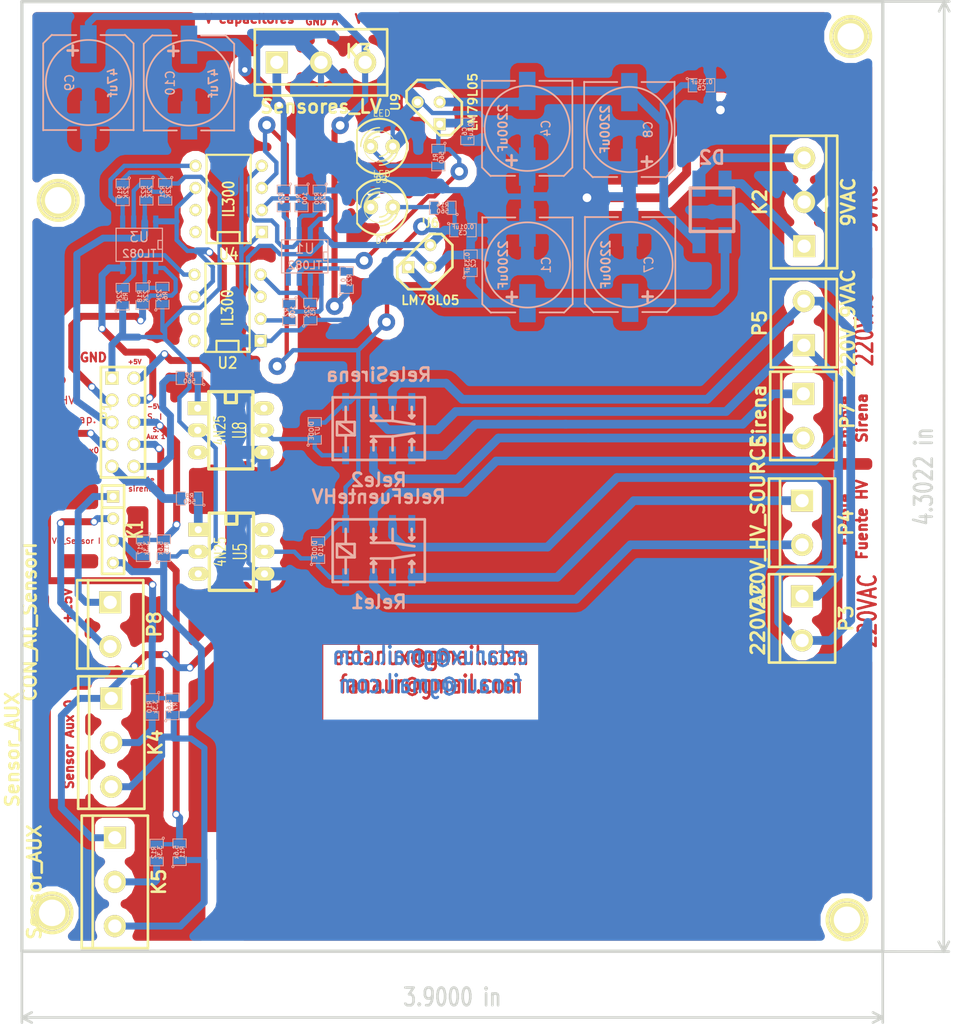
<source format=kicad_pcb>
(kicad_pcb (version 3) (host pcbnew "(2013-mar-13)-testing")
  (layers (15 Front signal) (0 Back signal) (18 B.Paste user) (19 F.Paste user) (20 B.SilkS user) (21 F.SilkS user) (22 B.Mask user) (23 F.Mask user) (28 Edge.Cuts user))
  (net 0 "")
  (net 1 +5V)
  (net 2 +5VA)
  (net 3 -5V)
  (net 4 -5VA)
  (net 5 /+15V)
  (net 6 /-15V)
  (net 7 /220V+)
  (net 8 /220V-)
  (net 9 /220v+_SOURCE_HV)
  (net 10 /220v-_SOURCE_HV)
  (net 11 /9DC+)
  (net 12 /9DC-)
  (net 13 /9VAC+)
  (net 14 /9VAC-)
  (net 15 /ENABLE_HV_SOURCE)
  (net 16 /ENABLE_SIRENA)
  (net 17 /SENSOR_AUX_0)
  (net 18 /SENSOR_AUX_1)
  (net 19 /SENSOR_I)
  (net 20 /SENSOR_V_CAPACITORS)
  (net 21 /SENSOR_V_HV_SOURCE)
  (net 22 /Sirena+)
  (net 23 /Sirena-)
  (net 24 /V_CAPACITORS_B)
  (net 25 /V_HV_SOURCE_B)
  (net 26 GND)
  (net 27 GNDA)
  (net 28 N-0000010)
  (net 29 N-0000012)
  (net 30 N-0000013)
  (net 31 N-0000015)
  (net 32 N-0000016)
  (net 33 N-000002)
  (net 34 N-0000020)
  (net 35 N-0000027)
  (net 36 N-0000028)
  (net 37 N-000003)
  (net 38 N-0000030)
  (net 39 N-0000031)
  (net 40 N-0000032)
  (net 41 N-0000033)
  (net 42 N-0000034)
  (net 43 N-0000036)
  (net 44 N-0000037)
  (net 45 N-0000038)
  (net 46 N-000004)
  (net 47 N-0000049)
  (net 48 N-000005)
  (net 49 N-0000050)
  (net 50 N-0000051)
  (net 51 N-0000052)
  (net 52 N-0000053)
  (net 53 N-0000054)
  (net 54 N-0000056)
  (net 55 N-0000057)
  (net 56 N-0000058)
  (net 57 N-000006)
  (net 58 N-000007)
  (net 59 N-000008)
  (net 60 N-000009)
  (module TO92 (layer Front) (at 148.40839 71.24065 270)
    (fp_text reference U9 (at -1.27 3.81 270) (layer F.SilkS) (effects (font (size 1.016 1.016) (thickness 0.2032))))
    (fp_text value LM79L05 (at -1.27 -5.08 270) (layer F.SilkS) (effects (font (size 1.016 1.016) (thickness 0.2032))))
    (pad 1 thru_hole rect (at 1.27 -1.27 270) (size 1.397 1.397) (drill 0.812799) (layers *.Cu *.Mask F.SilkS) (net 4 -5VA))
    (pad 2 thru_hole circle (at -1.27 -1.27 270) (size 1.397 1.397) (drill 0.812799) (layers *.Cu *.Mask F.SilkS) (net 12 /9DC-))
    (pad 3 thru_hole circle (at -1.27 1.27 270) (size 1.397 1.397) (drill 0.812799) (layers *.Cu *.Mask F.SilkS) (net 27 GNDA))
  )
  (module TO92 (layer Front) (at 147.32889 87.68715 180)
    (fp_text reference U6 (at -1.27 3.81 180) (layer F.SilkS) (effects (font (size 1.016 1.016) (thickness 0.2032))))
    (fp_text value LM78L05 (at -1.27 -5.08 180) (layer F.SilkS) (effects (font (size 1.016 1.016) (thickness 0.2032))))
    (pad 1 thru_hole rect (at 1.27 -1.27 180) (size 1.397 1.397) (drill 0.812799) (layers *.Cu *.Mask F.SilkS) (net 11 /9DC+))
    (pad 2 thru_hole circle (at -1.27 -1.27 180) (size 1.397 1.397) (drill 0.812799) (layers *.Cu *.Mask F.SilkS) (net 27 GNDA))
    (pad 3 thru_hole circle (at -1.27 1.27 180) (size 1.397 1.397) (drill 0.812799) (layers *.Cu *.Mask F.SilkS) (net 2 +5VA))
  )
  (module SO8E (layer Back) (at 134.15264 87.7189 180)
    (fp_text reference U1 (at 0 0.889 180) (layer B.SilkS) (effects (font (size 1.143 1.143) (thickness 0.1524)) (justify mirror)))
    (fp_text value TL082 (at 0 -1.016 180) (layer B.SilkS) (effects (font (size 0.889 0.889) (thickness 0.1524)) (justify mirror)))
    (pad 8 smd rect (at -1.905 2.667 180) (size 0.59944 1.39954) (layers Back B.Paste B.Mask) (net 2 +5VA))
    (pad 1 smd rect (at -1.905 -2.667 180) (size 0.59944 1.39954) (layers Back B.Paste B.Mask) (net 33 N-000002))
    (pad 7 smd rect (at -0.635 2.667 180) (size 0.59944 1.39954) (layers Back B.Paste B.Mask) (net 37 N-000003))
    (pad 6 smd rect (at 0.635 2.667 180) (size 0.59944 1.39954) (layers Back B.Paste B.Mask) (net 58 N-000007))
    (pad 5 smd rect (at 1.905 2.667 180) (size 0.59944 1.39954) (layers Back B.Paste B.Mask) (net 32 N-0000016))
    (pad 2 smd rect (at -0.635 -2.667 180) (size 0.59944 1.39954) (layers Back B.Paste B.Mask) (net 59 N-000008))
    (pad 3 smd rect (at 0.635 -2.667 180) (size 0.59944 1.39954) (layers Back B.Paste B.Mask) (net 38 N-0000030))
    (pad 4 smd rect (at 1.905 -2.667 180) (size 0.59944 1.39954) (layers Back B.Paste B.Mask) (net 4 -5VA))
  )
  (module SO8E (layer Back) (at 115.10264 86.3854 180)
    (fp_text reference U3 (at 0 0.889 180) (layer B.SilkS) (effects (font (size 1.143 1.143) (thickness 0.1524)) (justify mirror)))
    (fp_text value TL082 (at 0 -1.016 180) (layer B.SilkS) (effects (font (size 0.889 0.889) (thickness 0.1524)) (justify mirror)))
    (pad 8 smd rect (at -1.905 2.667 180) (size 0.59944 1.39954) (layers Back B.Paste B.Mask) (net 1 +5V))
    (pad 1 smd rect (at -1.905 -2.667 180) (size 0.59944 1.39954) (layers Back B.Paste B.Mask) (net 21 /SENSOR_V_HV_SOURCE))
    (pad 7 smd rect (at -0.635 2.667 180) (size 0.59944 1.39954) (layers Back B.Paste B.Mask) (net 20 /SENSOR_V_CAPACITORS))
    (pad 6 smd rect (at 0.635 2.667 180) (size 0.59944 1.39954) (layers Back B.Paste B.Mask) (net 40 N-0000032))
    (pad 5 smd rect (at 1.905 2.667 180) (size 0.59944 1.39954) (layers Back B.Paste B.Mask) (net 60 N-000009))
    (pad 2 smd rect (at -0.635 -2.667 180) (size 0.59944 1.39954) (layers Back B.Paste B.Mask) (net 28 N-0000010))
    (pad 3 smd rect (at 0.635 -2.667 180) (size 0.59944 1.39954) (layers Back B.Paste B.Mask) (net 57 N-000006))
    (pad 4 smd rect (at 1.905 -2.667 180) (size 0.59944 1.39954) (layers Back B.Paste B.Mask) (net 3 -5V))
  )
  (module SM0805 (layer Back) (at 179.8066 68.0339)
    (fp_text reference C5 (at 0 0.3175) (layer B.SilkS) (effects (font (size 0.50038 0.50038) (thickness 0.10922)) (justify mirror)))
    (fp_text value 0.33uF (at 0 -0.381) (layer B.SilkS) (effects (font (size 0.50038 0.50038) (thickness 0.10922)) (justify mirror)))
    (pad 1 smd rect (at -0.9525 0) (size 0.889 1.397) (layers Back B.Paste B.Mask) (net 12 /9DC-))
    (pad 2 smd rect (at 0.9525 0) (size 0.889 1.397) (layers Back B.Paste B.Mask) (net 27 GNDA))
  )
  (module SM0805 (layer Back) (at 115.53698 121.28754 270)
    (fp_text reference R17 (at 0 0.3175 270) (layer B.SilkS) (effects (font (size 0.50038 0.50038) (thickness 0.10922)) (justify mirror)))
    (fp_text value 3.3k (at 0 -0.381 270) (layer B.SilkS) (effects (font (size 0.50038 0.50038) (thickness 0.10922)) (justify mirror)))
    (pad 1 smd rect (at -0.9525 0 270) (size 0.889 1.397) (layers Back B.Paste B.Mask) (net 19 /SENSOR_I))
    (pad 2 smd rect (at 0.9525 0 270) (size 0.889 1.397) (layers Back B.Paste B.Mask) (net 36 N-0000028))
  )
  (module SM0805 (layer Back) (at 117.92204 121.27484 90)
    (fp_text reference R15 (at 0 0.3175 90) (layer B.SilkS) (effects (font (size 0.50038 0.50038) (thickness 0.10922)) (justify mirror)))
    (fp_text value 5.6k (at 0 -0.381 90) (layer B.SilkS) (effects (font (size 0.50038 0.50038) (thickness 0.10922)) (justify mirror)))
    (pad 1 smd rect (at -0.9525 0 90) (size 0.889 1.397) (layers Back B.Paste B.Mask) (net 26 GND))
    (pad 2 smd rect (at 0.9525 0 90) (size 0.889 1.397) (layers Back B.Paste B.Mask) (net 19 /SENSOR_I))
  )
  (module SM0805 (layer Back) (at 134.78764 94.0689 90)
    (fp_text reference R3 (at 0 0.3175 90) (layer B.SilkS) (effects (font (size 0.50038 0.50038) (thickness 0.10922)) (justify mirror)))
    (fp_text value 22K (at 0 -0.381 90) (layer B.SilkS) (effects (font (size 0.50038 0.50038) (thickness 0.10922)) (justify mirror)))
    (pad 1 smd rect (at -0.9525 0 90) (size 0.889 1.397) (layers Back B.Paste B.Mask) (net 27 GNDA))
    (pad 2 smd rect (at 0.9525 0 90) (size 0.889 1.397) (layers Back B.Paste B.Mask) (net 59 N-000008))
  )
  (module SM0805 (layer Back) (at 135.86714 81.0514 270)
    (fp_text reference R20 (at 0 0.3175 270) (layer B.SilkS) (effects (font (size 0.50038 0.50038) (thickness 0.10922)) (justify mirror)))
    (fp_text value 22K (at 0 -0.381 270) (layer B.SilkS) (effects (font (size 0.50038 0.50038) (thickness 0.10922)) (justify mirror)))
    (pad 1 smd rect (at -0.9525 0 270) (size 0.889 1.397) (layers Back B.Paste B.Mask) (net 27 GNDA))
    (pad 2 smd rect (at 0.9525 0 270) (size 0.889 1.397) (layers Back B.Paste B.Mask) (net 58 N-000007))
  )
  (module SM0805 (layer Back) (at 113.19764 92.3544 90)
    (fp_text reference R5 (at 0 0.3175 90) (layer B.SilkS) (effects (font (size 0.50038 0.50038) (thickness 0.10922)) (justify mirror)))
    (fp_text value 22K (at 0 -0.381 90) (layer B.SilkS) (effects (font (size 0.50038 0.50038) (thickness 0.10922)) (justify mirror)))
    (pad 1 smd rect (at -0.9525 0 90) (size 0.889 1.397) (layers Back B.Paste B.Mask) (net 26 GND))
    (pad 2 smd rect (at 0.9525 0 90) (size 0.889 1.397) (layers Back B.Paste B.Mask) (net 57 N-000006))
  )
  (module SM0805 (layer Back) (at 150.02764 82.1309 180)
    (fp_text reference R14 (at 0 0.3175 180) (layer B.SilkS) (effects (font (size 0.50038 0.50038) (thickness 0.10922)) (justify mirror)))
    (fp_text value 560 (at 0 -0.381 180) (layer B.SilkS) (effects (font (size 0.50038 0.50038) (thickness 0.10922)) (justify mirror)))
    (pad 1 smd rect (at -0.9525 0 180) (size 0.889 1.397) (layers Back B.Paste B.Mask) (net 2 +5VA))
    (pad 2 smd rect (at 0.9525 0 180) (size 0.889 1.397) (layers Back B.Paste B.Mask) (net 34 N-0000020))
  )
  (module SM0805 (layer Back) (at 113.19764 80.3529 270)
    (fp_text reference R19 (at 0 0.3175 270) (layer B.SilkS) (effects (font (size 0.50038 0.50038) (thickness 0.10922)) (justify mirror)))
    (fp_text value 22K (at 0 -0.381 270) (layer B.SilkS) (effects (font (size 0.50038 0.50038) (thickness 0.10922)) (justify mirror)))
    (pad 1 smd rect (at -0.9525 0 270) (size 0.889 1.397) (layers Back B.Paste B.Mask) (net 26 GND))
    (pad 2 smd rect (at 0.9525 0 270) (size 0.889 1.397) (layers Back B.Paste B.Mask) (net 60 N-000009))
  )
  (module SM0805 (layer Back) (at 152.85339 73.33615 270)
    (fp_text reference C6 (at 0 0.3175 270) (layer B.SilkS) (effects (font (size 0.50038 0.50038) (thickness 0.10922)) (justify mirror)))
    (fp_text value 0.1uF (at 0 -0.381 270) (layer B.SilkS) (effects (font (size 0.50038 0.50038) (thickness 0.10922)) (justify mirror)))
    (pad 1 smd rect (at -0.9525 0 270) (size 0.889 1.397) (layers Back B.Paste B.Mask) (net 4 -5VA))
    (pad 2 smd rect (at 0.9525 0 270) (size 0.889 1.397) (layers Back B.Paste B.Mask) (net 27 GNDA))
  )
  (module SM0805 (layer Back) (at 149.51964 76.3524 270)
    (fp_text reference R1 (at 0 0.3175 270) (layer B.SilkS) (effects (font (size 0.50038 0.50038) (thickness 0.10922)) (justify mirror)))
    (fp_text value 560 (at 0 -0.381 270) (layer B.SilkS) (effects (font (size 0.50038 0.50038) (thickness 0.10922)) (justify mirror)))
    (pad 1 smd rect (at -0.9525 0 270) (size 0.889 1.397) (layers Back B.Paste B.Mask) (net 4 -5VA))
    (pad 2 smd rect (at 0.9525 0 270) (size 0.889 1.397) (layers Back B.Paste B.Mask) (net 46 N-000004))
  )
  (module SM0805 (layer Back) (at 152.34539 84.70265)
    (fp_text reference C3 (at 0 0.3175) (layer B.SilkS) (effects (font (size 0.50038 0.50038) (thickness 0.10922)) (justify mirror)))
    (fp_text value 0.01uF (at 0 -0.381) (layer B.SilkS) (effects (font (size 0.50038 0.50038) (thickness 0.10922)) (justify mirror)))
    (pad 1 smd rect (at -0.9525 0) (size 0.889 1.397) (layers Back B.Paste B.Mask) (net 2 +5VA))
    (pad 2 smd rect (at 0.9525 0) (size 0.889 1.397) (layers Back B.Paste B.Mask) (net 27 GNDA))
  )
  (module SM0805 (layer Back) (at 133.77164 81.0514 270)
    (fp_text reference R4 (at 0 0.3175 270) (layer B.SilkS) (effects (font (size 0.50038 0.50038) (thickness 0.10922)) (justify mirror)))
    (fp_text value 100 (at 0 -0.381 270) (layer B.SilkS) (effects (font (size 0.50038 0.50038) (thickness 0.10922)) (justify mirror)))
    (pad 1 smd rect (at -0.9525 0 270) (size 0.889 1.397) (layers Back B.Paste B.Mask) (net 37 N-000003))
    (pad 2 smd rect (at 0.9525 0 270) (size 0.889 1.397) (layers Back B.Paste B.Mask) (net 29 N-0000012))
  )
  (module SM0805 (layer Back) (at 132.37464 94.1324 270)
    (fp_text reference R2 (at 0 0.3175 270) (layer B.SilkS) (effects (font (size 0.50038 0.50038) (thickness 0.10922)) (justify mirror)))
    (fp_text value 100 (at 0 -0.381 270) (layer B.SilkS) (effects (font (size 0.50038 0.50038) (thickness 0.10922)) (justify mirror)))
    (pad 1 smd rect (at -0.9525 0 270) (size 0.889 1.397) (layers Back B.Paste B.Mask) (net 33 N-000002))
    (pad 2 smd rect (at 0.9525 0 270) (size 0.889 1.397) (layers Back B.Paste B.Mask) (net 48 N-000005))
  )
  (module SM0805 (layer Back) (at 115.48364 92.2909 270)
    (fp_text reference R18 (at 0 0.3175 270) (layer B.SilkS) (effects (font (size 0.50038 0.50038) (thickness 0.10922)) (justify mirror)))
    (fp_text value 22K (at 0 -0.381 270) (layer B.SilkS) (effects (font (size 0.50038 0.50038) (thickness 0.10922)) (justify mirror)))
    (pad 1 smd rect (at -0.9525 0 270) (size 0.889 1.397) (layers Back B.Paste B.Mask) (net 28 N-0000010))
    (pad 2 smd rect (at 0.9525 0 270) (size 0.889 1.397) (layers Back B.Paste B.Mask) (net 21 /SENSOR_V_HV_SOURCE))
  )
  (module SM0805 (layer Back) (at 117.76964 92.2274 90)
    (fp_text reference R6 (at 0 0.3175 90) (layer B.SilkS) (effects (font (size 0.50038 0.50038) (thickness 0.10922)) (justify mirror)))
    (fp_text value 22K (at 0 -0.381 90) (layer B.SilkS) (effects (font (size 0.50038 0.50038) (thickness 0.10922)) (justify mirror)))
    (pad 1 smd rect (at -0.9525 0 90) (size 0.889 1.397) (layers Back B.Paste B.Mask) (net 26 GND))
    (pad 2 smd rect (at 0.9525 0 90) (size 0.889 1.397) (layers Back B.Paste B.Mask) (net 28 N-0000010))
  )
  (module SM0805 (layer Back) (at 115.92814 80.2894 270)
    (fp_text reference R22 (at 0 0.3175 270) (layer B.SilkS) (effects (font (size 0.50038 0.50038) (thickness 0.10922)) (justify mirror)))
    (fp_text value 22K (at 0 -0.381 270) (layer B.SilkS) (effects (font (size 0.50038 0.50038) (thickness 0.10922)) (justify mirror)))
    (pad 1 smd rect (at -0.9525 0 270) (size 0.889 1.397) (layers Back B.Paste B.Mask) (net 40 N-0000032))
    (pad 2 smd rect (at 0.9525 0 270) (size 0.889 1.397) (layers Back B.Paste B.Mask) (net 20 /SENSOR_V_CAPACITORS))
  )
  (module SM0805 (layer Back) (at 120.88114 101.6889 180)
    (fp_text reference R9 (at 0 0.3175 180) (layer B.SilkS) (effects (font (size 0.50038 0.50038) (thickness 0.10922)) (justify mirror)))
    (fp_text value 560 (at 0 -0.381 180) (layer B.SilkS) (effects (font (size 0.50038 0.50038) (thickness 0.10922)) (justify mirror)))
    (pad 1 smd rect (at -0.9525 0 180) (size 0.889 1.397) (layers Back B.Paste B.Mask) (net 39 N-0000031))
    (pad 2 smd rect (at 0.9525 0 180) (size 0.889 1.397) (layers Back B.Paste B.Mask) (net 16 /ENABLE_SIRENA))
  )
  (module SM0805 (layer Back) (at 135.29564 107.7849 90)
    (fp_text reference U7 (at 0 0.3175 90) (layer B.SilkS) (effects (font (size 0.50038 0.50038) (thickness 0.10922)) (justify mirror)))
    (fp_text value DIODE (at 0 -0.381 90) (layer B.SilkS) (effects (font (size 0.50038 0.50038) (thickness 0.10922)) (justify mirror)))
    (pad 1 smd rect (at -0.9525 0 90) (size 0.889 1.397) (layers Back B.Paste B.Mask) (net 31 N-0000015))
    (pad 2 smd rect (at 0.9525 0 90) (size 0.889 1.397) (layers Back B.Paste B.Mask) (net 2 +5VA))
  )
  (module SM0805 (layer Back) (at 118.08714 80.2894 270)
    (fp_text reference R21 (at 0 0.3175 270) (layer B.SilkS) (effects (font (size 0.50038 0.50038) (thickness 0.10922)) (justify mirror)))
    (fp_text value 22K (at 0 -0.381 270) (layer B.SilkS) (effects (font (size 0.50038 0.50038) (thickness 0.10922)) (justify mirror)))
    (pad 1 smd rect (at -0.9525 0 270) (size 0.889 1.397) (layers Back B.Paste B.Mask) (net 26 GND))
    (pad 2 smd rect (at 0.9525 0 270) (size 0.889 1.397) (layers Back B.Paste B.Mask) (net 40 N-0000032))
  )
  (module SM0805 (layer Back) (at 120.904 115.57 180)
    (fp_text reference R8 (at 0 0.3175 180) (layer B.SilkS) (effects (font (size 0.50038 0.50038) (thickness 0.10922)) (justify mirror)))
    (fp_text value 560 (at 0 -0.381 180) (layer B.SilkS) (effects (font (size 0.50038 0.50038) (thickness 0.10922)) (justify mirror)))
    (pad 1 smd rect (at -0.9525 0 180) (size 0.889 1.397) (layers Back B.Paste B.Mask) (net 41 N-0000033))
    (pad 2 smd rect (at 0.9525 0 180) (size 0.889 1.397) (layers Back B.Paste B.Mask) (net 15 /ENABLE_HV_SOURCE))
  )
  (module relay_gq-smd-s (layer Back) (at 142.66164 107.5309)
    (fp_text reference Rele2 (at 0 5.90042) (layer B.SilkS) (effects (font (thickness 0.3048)) (justify mirror)))
    (fp_text value ReleSirena (at 0 -6.1976) (layer B.SilkS) (effects (font (thickness 0.3048)) (justify mirror)))
    (pad 1 smd rect (at -3.81 -3.06832) (size 0.79756 2.0574) (layers Back B.Paste B.Mask) (net 2 +5VA))
    (pad 2 smd rect (at -0.6096 -3.06832) (size 0.79756 2.0574) (layers Back B.Paste B.Mask) (net 8 /220V-))
    (pad 3 smd rect (at 1.5875 -3.06832) (size 0.79756 2.0574) (layers Back B.Paste B.Mask) (net 7 /220V+))
    (pad 4 smd rect (at 3.81 -3.06832) (size 0.79756 2.0574) (layers Back B.Paste B.Mask) (net 49 N-0000050))
    (pad 5 smd rect (at 3.81 3.06832) (size 0.79756 2.0574) (layers Back B.Paste B.Mask) (net 22 /Sirena+))
    (pad 6 smd rect (at 1.5875 3.06832) (size 0.79756 2.0574) (layers Back B.Paste B.Mask) (net 47 N-0000049))
    (pad 7 smd rect (at -0.6096 3.06832) (size 0.79756 2.0574) (layers Back B.Paste B.Mask) (net 23 /Sirena-))
    (pad 8 smd rect (at -3.81 3.06832) (size 0.79756 2.0574) (layers Back B.Paste B.Mask) (net 31 N-0000015))
  )
  (module relay_gq-smd-s (layer Back) (at 142.66164 121.5644)
    (fp_text reference Rele1 (at 0 5.90042) (layer B.SilkS) (effects (font (thickness 0.3048)) (justify mirror)))
    (fp_text value ReleFuenteHV (at 0 -6.1976) (layer B.SilkS) (effects (font (thickness 0.3048)) (justify mirror)))
    (pad 1 smd rect (at -3.81 -3.06832) (size 0.79756 2.0574) (layers Back B.Paste B.Mask) (net 2 +5VA))
    (pad 2 smd rect (at -0.6096 -3.06832) (size 0.79756 2.0574) (layers Back B.Paste B.Mask) (net 8 /220V-))
    (pad 3 smd rect (at 1.5875 -3.06832) (size 0.79756 2.0574) (layers Back B.Paste B.Mask) (net 7 /220V+))
    (pad 4 smd rect (at 3.81 -3.06832) (size 0.79756 2.0574) (layers Back B.Paste B.Mask) (net 44 N-0000037))
    (pad 5 smd rect (at 3.81 3.06832) (size 0.79756 2.0574) (layers Back B.Paste B.Mask) (net 9 /220v+_SOURCE_HV))
    (pad 6 smd rect (at 1.5875 3.06832) (size 0.79756 2.0574) (layers Back B.Paste B.Mask) (net 43 N-0000036))
    (pad 7 smd rect (at -0.6096 3.06832) (size 0.79756 2.0574) (layers Back B.Paste B.Mask) (net 10 /220v-_SOURCE_HV))
    (pad 8 smd rect (at -3.81 3.06832) (size 0.79756 2.0574) (layers Back B.Paste B.Mask) (net 30 N-0000013))
  )
  (module DIP-6__300_ELL (layer Front) (at 125.70714 121.6914 270)
    (fp_text reference U5 (at 0 -1.016 270) (layer F.SilkS) (effects (font (size 1.524 1.016) (thickness 0.1524))))
    (fp_text value 4N25 (at 0 1.27 270) (layer F.SilkS) (effects (font (size 1.27 0.889) (thickness 0.1524))))
    (pad 1 thru_hole rect (at -2.54 3.81 270) (size 1.5748 2.286) (drill 0.812799) (layers *.Cu *.Mask F.SilkS) (net 41 N-0000033))
    (pad 2 thru_hole oval (at 0 3.81 270) (size 1.5748 2.286) (drill 0.812799) (layers *.Cu *.Mask F.SilkS) (net 26 GND))
    (pad 3 thru_hole oval (at 2.54 3.81 270) (size 1.5748 2.286) (drill 0.812799) (layers *.Cu *.Mask F.SilkS) (net 56 N-0000058))
    (pad 4 thru_hole oval (at 2.54 -3.81 270) (size 1.5748 2.286) (drill 0.812799) (layers *.Cu *.Mask F.SilkS) (net 27 GNDA))
    (pad 5 thru_hole oval (at 0 -3.81 270) (size 1.5748 2.286) (drill 0.812799) (layers *.Cu *.Mask F.SilkS) (net 30 N-0000013))
    (pad 6 thru_hole oval (at -2.54 -3.81 270) (size 1.5748 2.286) (drill 0.812799) (layers *.Cu *.Mask F.SilkS) (net 54 N-0000056))
  )
  (module DIP-6__300_ELL (layer Front) (at 125.64364 107.7214 270)
    (fp_text reference U8 (at 0 -1.016 270) (layer F.SilkS) (effects (font (size 1.524 1.016) (thickness 0.1524))))
    (fp_text value 4N25 (at 0 1.27 270) (layer F.SilkS) (effects (font (size 1.27 0.889) (thickness 0.1524))))
    (pad 1 thru_hole rect (at -2.54 3.81 270) (size 1.5748 2.286) (drill 0.812799) (layers *.Cu *.Mask F.SilkS) (net 39 N-0000031))
    (pad 2 thru_hole oval (at 0 3.81 270) (size 1.5748 2.286) (drill 0.812799) (layers *.Cu *.Mask F.SilkS) (net 26 GND))
    (pad 3 thru_hole oval (at 2.54 3.81 270) (size 1.5748 2.286) (drill 0.812799) (layers *.Cu *.Mask F.SilkS) (net 55 N-0000057))
    (pad 4 thru_hole oval (at 2.54 -3.81 270) (size 1.5748 2.286) (drill 0.812799) (layers *.Cu *.Mask F.SilkS) (net 27 GNDA))
    (pad 5 thru_hole oval (at 0 -3.81 270) (size 1.5748 2.286) (drill 0.812799) (layers *.Cu *.Mask F.SilkS) (net 31 N-0000015))
    (pad 6 thru_hole oval (at -2.54 -3.81 270) (size 1.5748 2.286) (drill 0.812799) (layers *.Cu *.Mask F.SilkS) (net 45 N-0000038))
  )
  (module bridge_1A (layer Back) (at 181.00929 82.35315 180)
    (fp_text reference D2 (at 0 6 180) (layer B.SilkS) (effects (font (thickness 0.3048)) (justify mirror)))
    (fp_text value LMB2S hide)
    (pad 2 smd trapezoid (at 1.5 3 180) (size 1.5 3) (layers Back B.Paste B.Mask) (net 14 /9VAC-))
    (pad 4 smd trapezoid (at -1.5 3 180) (size 1.5 3) (layers Back B.Paste B.Mask) (net 13 /9VAC+))
    (pad 3 smd trapezoid (at -1.5 -3.5 180) (size 1.5 3) (layers Back B.Paste B.Mask) (net 11 /9DC+))
    (pad 1 smd trapezoid (at 1.5 -3.5 180) (size 1.5 3) (layers Back B.Paste B.Mask) (net 12 /9DC-))
  )
  (module bornier3 (layer Front) (at 191.61379 81.46415 90)
    (fp_text reference K2 (at 0 -5.08 90) (layer F.SilkS) (effects (font (thickness 0.3048))))
    (fp_text value 9VAC (at 0 5.08 90) (layer F.SilkS) (effects (font (thickness 0.3048))))
    (pad 1 thru_hole rect (at -5.08 0 90) (size 2.54 2.54) (drill 1.524) (layers *.Cu *.Mask F.SilkS) (net 13 /9VAC+))
    (pad 2 thru_hole circle (at 0 0 90) (size 2.54 2.54) (drill 1.524) (layers *.Cu *.Mask F.SilkS) (net 27 GNDA))
    (pad 3 thru_hole circle (at 5.08 0 90) (size 2.54 2.54) (drill 1.524) (layers *.Cu *.Mask F.SilkS) (net 14 /9VAC-))
  )
  (module bornier2 (layer Front) (at 191.51854 106.0704 270)
    (fp_text reference P7 (at 0 -5.08 270) (layer F.SilkS) (effects (font (thickness 0.3048))))
    (fp_text value Sirena (at 0 5.08 270) (layer F.SilkS) (effects (font (thickness 0.3048))))
    (pad 1 thru_hole rect (at -2.54 0 270) (size 2.54 2.54) (drill 1.524) (layers *.Cu *.Mask F.SilkS) (net 22 /Sirena+))
    (pad 2 thru_hole circle (at 2.54 0 270) (size 2.54 2.54) (drill 1.524) (layers *.Cu *.Mask F.SilkS) (net 23 /Sirena-))
  )
  (module bornier2 (layer Front) (at 191.375 118.355 270)
    (fp_text reference P4 (at 0 -5.08 270) (layer F.SilkS) (effects (font (thickness 0.3048))))
    (fp_text value 220V_HV_SOURCE (at 0 5.08 270) (layer F.SilkS) (effects (font (thickness 0.3048))))
    (pad 1 thru_hole rect (at -2.54 0 270) (size 2.54 2.54) (drill 1.524) (layers *.Cu *.Mask F.SilkS) (net 9 /220v+_SOURCE_HV))
    (pad 2 thru_hole circle (at 2.54 0 270) (size 2.54 2.54) (drill 1.524) (layers *.Cu *.Mask F.SilkS) (net 10 /220v-_SOURCE_HV))
  )
  (module bornier2 (layer Front) (at 191.375 129.355 270)
    (fp_text reference P3 (at 0 -5.08 270) (layer F.SilkS) (effects (font (thickness 0.3048))))
    (fp_text value 220VAC (at 0 5.08 270) (layer F.SilkS) (effects (font (thickness 0.3048))))
    (pad 1 thru_hole rect (at -2.54 0 270) (size 2.54 2.54) (drill 1.524) (layers *.Cu *.Mask F.SilkS) (net 8 /220V-))
    (pad 2 thru_hole circle (at 2.54 0 270) (size 2.54 2.54) (drill 1.524) (layers *.Cu *.Mask F.SilkS) (net 7 /220V+))
  )
  (module SMDSVP10 (layer Back) (at 159.77489 88.70315 90)
    (fp_text reference C1 (at 0 2.159 90) (layer B.SilkS) (effects (font (size 1.016 1.00076) (thickness 0.15748)) (justify mirror)))
    (fp_text value 2200uF (at 0 -2.79908 90) (layer B.SilkS) (effects (font (size 1.016 1.00076) (thickness 0.2032)) (justify mirror)))
    (fp_text user + (at -3.683 -1.905 90) (layer B.SilkS) (effects (font (thickness 0.3048)) (justify mirror)))
    (pad 1 smd rect (at -4.39928 0 90) (size 4.39928 1.89992) (layers Back B.Paste B.Mask) (net 11 /9DC+))
    (pad 2 smd rect (at 4.30022 0 90) (size 4.39928 1.89992) (layers Back B.Paste B.Mask) (net 27 GNDA))
  )
  (module SMDSVP10 (layer Back) (at 159.74568 72.98944 90)
    (fp_text reference C4 (at 0 2.159 90) (layer B.SilkS) (effects (font (size 1.016 1.00076) (thickness 0.15748)) (justify mirror)))
    (fp_text value 2200uF (at 0 -2.79908 90) (layer B.SilkS) (effects (font (size 1.016 1.00076) (thickness 0.2032)) (justify mirror)))
    (fp_text user + (at -3.683 -1.905 90) (layer B.SilkS) (effects (font (thickness 0.3048)) (justify mirror)))
    (pad 1 smd rect (at -4.39928 0 90) (size 4.39928 1.89992) (layers Back B.Paste B.Mask) (net 27 GNDA))
    (pad 2 smd rect (at 4.30022 0 90) (size 4.39928 1.89992) (layers Back B.Paste B.Mask) (net 12 /9DC-))
  )
  (module SM0805 (layer Back) (at 153.23439 88.51265 90)
    (fp_text reference C2 (at 0 0.3175 90) (layer B.SilkS) (effects (font (size 0.50038 0.50038) (thickness 0.10922)) (justify mirror)))
    (fp_text value 0.33uF (at 0 -0.381 90) (layer B.SilkS) (effects (font (size 0.50038 0.50038) (thickness 0.10922)) (justify mirror)))
    (pad 1 smd rect (at -0.9525 0 90) (size 0.889 1.397) (layers Back B.Paste B.Mask) (net 11 /9DC+))
    (pad 2 smd rect (at 0.9525 0 90) (size 0.889 1.397) (layers Back B.Paste B.Mask) (net 27 GNDA))
  )
  (module DIP-8__300 (layer Front) (at 125.38964 81.1149 90)
    (fp_text reference U4 (at -6.35 0 180) (layer F.SilkS) (effects (font (size 1.27 1.143) (thickness 0.2032))))
    (fp_text value IL300 (at 0 0 90) (layer F.SilkS) (effects (font (size 1.27 1.016) (thickness 0.2032))))
    (pad 1 thru_hole rect (at -3.81 3.81 90) (size 1.397 1.397) (drill 0.812799) (layers *.Cu *.Mask F.SilkS) (net 27 GNDA))
    (pad 2 thru_hole circle (at -1.27 3.81 90) (size 1.397 1.397) (drill 0.812799) (layers *.Cu *.Mask F.SilkS) (net 29 N-0000012))
    (pad 3 thru_hole circle (at 1.27 3.81 90) (size 1.397 1.397) (drill 0.812799) (layers *.Cu *.Mask F.SilkS) (net 2 +5VA))
    (pad 4 thru_hole circle (at 3.81 3.81 90) (size 1.397 1.397) (drill 0.812799) (layers *.Cu *.Mask F.SilkS) (net 58 N-000007))
    (pad 5 thru_hole circle (at 3.81 -3.81 90) (size 1.397 1.397) (drill 0.812799) (layers *.Cu *.Mask F.SilkS) (net 60 N-000009))
    (pad 6 thru_hole circle (at 1.27 -3.81 90) (size 1.397 1.397) (drill 0.812799) (layers *.Cu *.Mask F.SilkS) (net 1 +5V))
    (pad 7 thru_hole circle (at -1.27 -3.81 90) (size 1.397 1.397) (drill 0.812799) (layers *.Cu *.Mask F.SilkS) (net 52 N-0000053))
    (pad 8 thru_hole circle (at -3.81 -3.81 90) (size 1.397 1.397) (drill 0.812799) (layers *.Cu *.Mask F.SilkS) (net 53 N-0000054))
  )
  (module DIP-8__300 (layer Front) (at 125.26264 93.6244 90)
    (fp_text reference U2 (at -6.35 0 180) (layer F.SilkS) (effects (font (size 1.27 1.143) (thickness 0.2032))))
    (fp_text value IL300 (at 0 0 90) (layer F.SilkS) (effects (font (size 1.27 1.016) (thickness 0.2032))))
    (pad 1 thru_hole rect (at -3.81 3.81 90) (size 1.397 1.397) (drill 0.812799) (layers *.Cu *.Mask F.SilkS) (net 27 GNDA))
    (pad 2 thru_hole circle (at -1.27 3.81 90) (size 1.397 1.397) (drill 0.812799) (layers *.Cu *.Mask F.SilkS) (net 48 N-000005))
    (pad 3 thru_hole circle (at 1.27 3.81 90) (size 1.397 1.397) (drill 0.812799) (layers *.Cu *.Mask F.SilkS) (net 2 +5VA))
    (pad 4 thru_hole circle (at 3.81 3.81 90) (size 1.397 1.397) (drill 0.812799) (layers *.Cu *.Mask F.SilkS) (net 59 N-000008))
    (pad 5 thru_hole circle (at 3.81 -3.81 90) (size 1.397 1.397) (drill 0.812799) (layers *.Cu *.Mask F.SilkS) (net 57 N-000006))
    (pad 6 thru_hole circle (at 1.27 -3.81 90) (size 1.397 1.397) (drill 0.812799) (layers *.Cu *.Mask F.SilkS) (net 1 +5V))
    (pad 7 thru_hole circle (at -1.27 -3.81 90) (size 1.397 1.397) (drill 0.812799) (layers *.Cu *.Mask F.SilkS) (net 50 N-0000051))
    (pad 8 thru_hole circle (at -3.81 -3.81 90) (size 1.397 1.397) (drill 0.812799) (layers *.Cu *.Mask F.SilkS) (net 51 N-0000052))
  )
  (module SM0805 (layer Back) (at 135.67664 121.5009 90)
    (fp_text reference U10 (at 0 0.3175 90) (layer B.SilkS) (effects (font (size 0.50038 0.50038) (thickness 0.10922)) (justify mirror)))
    (fp_text value DIODE (at 0 -0.381 90) (layer B.SilkS) (effects (font (size 0.50038 0.50038) (thickness 0.10922)) (justify mirror)))
    (pad 1 smd rect (at -0.9525 0 90) (size 0.889 1.397) (layers Back B.Paste B.Mask) (net 30 N-0000013))
    (pad 2 smd rect (at 0.9525 0 90) (size 0.889 1.397) (layers Back B.Paste B.Mask) (net 2 +5VA))
  )
  (module bornier2 (layer Front) (at 191.58204 95.4024 90)
    (fp_text reference P5 (at 0 -5.08 90) (layer F.SilkS) (effects (font (thickness 0.3048))))
    (fp_text value 220V_9VAC (at 0 5.08 90) (layer F.SilkS) (effects (font (thickness 0.3048))))
    (pad 1 thru_hole rect (at -2.54 0 90) (size 2.54 2.54) (drill 1.524) (layers *.Cu *.Mask F.SilkS) (net 8 /220V-))
    (pad 2 thru_hole circle (at 2.54 0 90) (size 2.54 2.54) (drill 1.524) (layers *.Cu *.Mask F.SilkS) (net 7 /220V+))
  )
  (module SM0805 (layer Back) (at 138.97864 90.4494 90)
    (fp_text reference R23 (at 0 0.3175 90) (layer B.SilkS) (effects (font (size 0.50038 0.50038) (thickness 0.10922)) (justify mirror)))
    (fp_text value 0 (at 0 -0.381 90) (layer B.SilkS) (effects (font (size 0.50038 0.50038) (thickness 0.10922)) (justify mirror)))
    (pad 1 smd rect (at -0.9525 0 90) (size 0.889 1.397) (layers Back B.Paste B.Mask) (net 25 /V_HV_SOURCE_B))
    (pad 2 smd rect (at 0.9525 0 90) (size 0.889 1.397) (layers Back B.Paste B.Mask) (net 38 N-0000030))
  )
  (module SM0805 (layer Back) (at 131.73964 81.0514 270)
    (fp_text reference R24 (at 0 0.3175 270) (layer B.SilkS) (effects (font (size 0.50038 0.50038) (thickness 0.10922)) (justify mirror)))
    (fp_text value 0 (at 0 -0.381 270) (layer B.SilkS) (effects (font (size 0.50038 0.50038) (thickness 0.10922)) (justify mirror)))
    (pad 1 smd rect (at -0.9525 0 270) (size 0.889 1.397) (layers Back B.Paste B.Mask) (net 24 /V_CAPACITORS_B))
    (pad 2 smd rect (at 0.9525 0 270) (size 0.889 1.397) (layers Back B.Paste B.Mask) (net 32 N-0000016))
  )
  (module LED-5MM (layer Front) (at 143.01724 82.0547 180)
    (fp_text reference D4 (at 0 -3.81 180) (layer F.SilkS) (effects (font (size 0.762 0.762) (thickness 0.0889))))
    (fp_text value LED (at 0 3.81 180) (layer F.SilkS) (effects (font (size 0.762 0.762) (thickness 0.0889))))
    (pad 1 thru_hole circle (at -1.27 0 180) (size 1.6764 1.6764) (drill 0.8128) (layers *.Cu *.Mask F.SilkS) (net 34 N-0000020))
    (pad 2 thru_hole circle (at 1.27 0 180) (size 1.6764 1.6764) (drill 0.8128) (layers *.Cu *.Mask F.SilkS) (net 27 GNDA))
  )
  (module LED-5MM (layer Front) (at 143.00454 75.0697 180)
    (fp_text reference D3 (at 0 -3.81 180) (layer F.SilkS) (effects (font (size 0.762 0.762) (thickness 0.0889))))
    (fp_text value LED (at 0 3.81 180) (layer F.SilkS) (effects (font (size 0.762 0.762) (thickness 0.0889))))
    (pad 1 thru_hole circle (at -1.27 0 180) (size 1.6764 1.6764) (drill 0.8128) (layers *.Cu *.Mask F.SilkS) (net 27 GNDA))
    (pad 2 thru_hole circle (at 1.27 0 180) (size 1.6764 1.6764) (drill 0.8128) (layers *.Cu *.Mask F.SilkS) (net 46 N-000004))
  )
  (module bornier3 (layer Front) (at 136.017 65.405)
    (fp_text reference K3 (at 4.318 -1.27) (layer F.SilkS) (effects (font (thickness 0.3048))))
    (fp_text value Sensores_LV (at 0 5.08) (layer F.SilkS) (effects (font (thickness 0.3048))))
    (pad 1 thru_hole rect (at -5.08 0) (size 2.54 2.54) (drill 1.524) (layers *.Cu *.Mask F.SilkS) (net 24 /V_CAPACITORS_B))
    (pad 2 thru_hole circle (at 0 0) (size 2.54 2.54) (drill 1.524) (layers *.Cu *.Mask F.SilkS) (net 27 GNDA))
    (pad 3 thru_hole circle (at 5.08 0) (size 2.54 2.54) (drill 1.524) (layers *.Cu *.Mask F.SilkS) (net 25 /V_HV_SOURCE_B))
  )
  (module SMDSVP10 (layer Back) (at 171.5897 88.6587 90)
    (fp_text reference C7 (at 0 2.159 90) (layer B.SilkS) (effects (font (size 1.016 1.00076) (thickness 0.15748)) (justify mirror)))
    (fp_text value 2200uF (at 0 -2.79908 90) (layer B.SilkS) (effects (font (size 1.016 1.00076) (thickness 0.2032)) (justify mirror)))
    (fp_text user + (at -3.683 1.905 90) (layer B.SilkS) (effects (font (thickness 0.3048)) (justify mirror)))
    (pad 1 smd rect (at -4.39928 0 90) (size 4.39928 1.89992) (layers Back B.Paste B.Mask) (net 11 /9DC+))
    (pad 2 smd rect (at 4.30022 0 90) (size 4.39928 1.89992) (layers Back B.Paste B.Mask) (net 27 GNDA))
  )
  (module SMDSVP10 (layer Back) (at 171.5008 73.1266 90)
    (fp_text reference C8 (at 0 2.159 90) (layer B.SilkS) (effects (font (size 1.016 1.00076) (thickness 0.15748)) (justify mirror)))
    (fp_text value 2200uF (at 0 -2.79908 90) (layer B.SilkS) (effects (font (size 1.016 1.00076) (thickness 0.2032)) (justify mirror)))
    (fp_text user + (at -3.683 1.905 90) (layer B.SilkS) (effects (font (thickness 0.3048)) (justify mirror)))
    (pad 1 smd rect (at -4.39928 0 90) (size 4.39928 1.89992) (layers Back B.Paste B.Mask) (net 27 GNDA))
    (pad 2 smd rect (at 4.30022 0 90) (size 4.39928 1.89992) (layers Back B.Paste B.Mask) (net 12 /9DC-))
  )
  (module SM0805 (layer Back) (at 116.59108 139.52728 270)
    (fp_text reference R10 (at 0 0.3175 270) (layer B.SilkS) (effects (font (size 0.50038 0.50038) (thickness 0.10922)) (justify mirror)))
    (fp_text value 3.3k (at 0 -0.381 270) (layer B.SilkS) (effects (font (size 0.50038 0.50038) (thickness 0.10922)) (justify mirror)))
    (pad 1 smd rect (at -0.9525 0 270) (size 0.889 1.397) (layers Back B.Paste B.Mask) (net 17 /SENSOR_AUX_0))
    (pad 2 smd rect (at 0.9525 0 270) (size 0.889 1.397) (layers Back B.Paste B.Mask) (net 42 N-0000034))
  )
  (module SM0805 (layer Back) (at 118.91264 139.48664 90)
    (fp_text reference R7 (at 0 0.3175 90) (layer B.SilkS) (effects (font (size 0.50038 0.50038) (thickness 0.10922)) (justify mirror)))
    (fp_text value 5.6k (at 0 -0.381 90) (layer B.SilkS) (effects (font (size 0.50038 0.50038) (thickness 0.10922)) (justify mirror)))
    (pad 1 smd rect (at -0.9525 0 90) (size 0.889 1.397) (layers Back B.Paste B.Mask) (net 26 GND))
    (pad 2 smd rect (at 0.9525 0 90) (size 0.889 1.397) (layers Back B.Paste B.Mask) (net 17 /SENSOR_AUX_0))
  )
  (module bornier3 (layer Front) (at 111.887 143.637 270)
    (fp_text reference K4 (at 0 -5.08 270) (layer F.SilkS) (effects (font (thickness 0.3048))))
    (fp_text value Sensor_AUX (at 0.8128 11.3792 270) (layer F.SilkS) (effects (font (thickness 0.3048))))
    (pad 1 thru_hole rect (at -5.08 0 270) (size 2.54 2.54) (drill 1.524) (layers *.Cu *.Mask F.SilkS) (net 1 +5V))
    (pad 2 thru_hole circle (at 0 0 270) (size 2.54 2.54) (drill 1.524) (layers *.Cu *.Mask F.SilkS) (net 42 N-0000034))
    (pad 3 thru_hole circle (at 5.08 0 270) (size 2.54 2.54) (drill 1.524) (layers *.Cu *.Mask F.SilkS) (net 26 GND))
  )
  (module SM0805 (layer Back) (at 117.10924 156.2862 270)
    (fp_text reference R12 (at 0 0.3175 270) (layer B.SilkS) (effects (font (size 0.50038 0.50038) (thickness 0.10922)) (justify mirror)))
    (fp_text value 3.3k (at 0 -0.381 270) (layer B.SilkS) (effects (font (size 0.50038 0.50038) (thickness 0.10922)) (justify mirror)))
    (pad 1 smd rect (at -0.9525 0 270) (size 0.889 1.397) (layers Back B.Paste B.Mask) (net 18 /SENSOR_AUX_1))
    (pad 2 smd rect (at 0.9525 0 270) (size 0.889 1.397) (layers Back B.Paste B.Mask) (net 35 N-0000027))
  )
  (module SM0805 (layer Back) (at 119.74068 156.25064 90)
    (fp_text reference R11 (at 0 0.3175 90) (layer B.SilkS) (effects (font (size 0.50038 0.50038) (thickness 0.10922)) (justify mirror)))
    (fp_text value 5.6k (at 0 -0.381 90) (layer B.SilkS) (effects (font (size 0.50038 0.50038) (thickness 0.10922)) (justify mirror)))
    (pad 1 smd rect (at -0.9525 0 90) (size 0.889 1.397) (layers Back B.Paste B.Mask) (net 26 GND))
    (pad 2 smd rect (at 0.9525 0 90) (size 0.889 1.397) (layers Back B.Paste B.Mask) (net 18 /SENSOR_AUX_1))
  )
  (module bornier3 (layer Front) (at 112.2934 159.6644 270)
    (fp_text reference K5 (at 0 -5.08 270) (layer F.SilkS) (effects (font (thickness 0.3048))))
    (fp_text value Sensor_AUX (at 0.0254 9.2456 270) (layer F.SilkS) (effects (font (thickness 0.3048))))
    (pad 1 thru_hole rect (at -5.08 0 270) (size 2.54 2.54) (drill 1.524) (layers *.Cu *.Mask F.SilkS) (net 1 +5V))
    (pad 2 thru_hole circle (at 0 0 270) (size 2.54 2.54) (drill 1.524) (layers *.Cu *.Mask F.SilkS) (net 35 N-0000027))
    (pad 3 thru_hole circle (at 5.08 0 270) (size 2.54 2.54) (drill 1.524) (layers *.Cu *.Mask F.SilkS) (net 26 GND))
  )
  (module PIN_ARRAY_5x2 (layer Front) (at 113.2332 106.79684 270)
    (fp_text reference P1 (at -1.25984 1.905 270) (layer F.SilkS) (effects (font (size 1.016 1.016) (thickness 0.2032))))
    (fp_text value CONN_10 hide)
    (pad 1 thru_hole rect (at -5.08 1.27 270) (size 1.524 1.524) (drill 1.016) (layers *.Cu *.Mask F.SilkS) (net 26 GND))
    (pad 2 thru_hole circle (at -5.08 -1.27 270) (size 1.524 1.524) (drill 1.016) (layers *.Cu *.Mask F.SilkS) (net 1 +5V))
    (pad 3 thru_hole circle (at -2.54 1.27 270) (size 1.524 1.524) (drill 1.016) (layers *.Cu *.Mask F.SilkS) (net 21 /SENSOR_V_HV_SOURCE))
    (pad 4 thru_hole circle (at -2.54 -1.27 270) (size 1.524 1.524) (drill 1.016) (layers *.Cu *.Mask F.SilkS) (net 3 -5V))
    (pad 5 thru_hole circle (at 0 1.27 270) (size 1.524 1.524) (drill 1.016) (layers *.Cu *.Mask F.SilkS) (net 20 /SENSOR_V_CAPACITORS))
    (pad 6 thru_hole circle (at 0 -1.27 270) (size 1.524 1.524) (drill 1.016) (layers *.Cu *.Mask F.SilkS) (net 19 /SENSOR_I))
    (pad 7 thru_hole circle (at 2.54 1.27 270) (size 1.524 1.524) (drill 1.016) (layers *.Cu *.Mask F.SilkS) (net 17 /SENSOR_AUX_0))
    (pad 8 thru_hole circle (at 2.54 -1.27 270) (size 1.524 1.524) (drill 1.016) (layers *.Cu *.Mask F.SilkS) (net 18 /SENSOR_AUX_1))
    (pad 9 thru_hole circle (at 5.08 1.27 270) (size 1.524 1.524) (drill 1.016) (layers *.Cu *.Mask F.SilkS) (net 15 /ENABLE_HV_SOURCE))
    (pad 10 thru_hole circle (at 5.08 -1.27 270) (size 1.524 1.524) (drill 1.016) (layers *.Cu *.Mask F.SilkS) (net 16 /ENABLE_SIRENA))
  )
  (module SIL-4 (layer Front) (at 112.0902 119.1514 270)
    (fp_text reference K1 (at 0 -2.54 270) (layer F.SilkS) (effects (font (size 1.73482 1.08712) (thickness 0.3048))))
    (fp_text value "Sensor I" hide)
    (pad 1 thru_hole rect (at -3.81 0 270) (size 1.397 1.397) (drill 0.8128) (layers *.Cu *.Mask F.SilkS) (net 5 /+15V))
    (pad 2 thru_hole circle (at -1.27 0 270) (size 1.397 1.397) (drill 0.8128) (layers *.Cu *.Mask F.SilkS) (net 6 /-15V))
    (pad 3 thru_hole circle (at 1.27 0 270) (size 1.397 1.397) (drill 0.8128) (layers *.Cu *.Mask F.SilkS) (net 36 N-0000028))
    (pad 4 thru_hole circle (at 3.81 0 270) (size 1.397 1.397) (drill 0.8128) (layers *.Cu *.Mask F.SilkS) (net 26 GND))
  )
  (module bornier2 (layer Front) (at 111.76 130.048 270)
    (fp_text reference P8 (at 0 -5.08 270) (layer F.SilkS) (effects (font (thickness 0.3048))))
    (fp_text value CON_Ali_SensorI (at -0.2794 9.271 270) (layer F.SilkS) (effects (font (thickness 0.3048))))
    (pad 1 thru_hole rect (at -2.54 0 270) (size 2.54 2.54) (drill 1.524) (layers *.Cu *.Mask F.SilkS) (net 5 /+15V))
    (pad 2 thru_hole circle (at 2.54 0 270) (size 2.54 2.54) (drill 1.524) (layers *.Cu *.Mask F.SilkS) (net 6 /-15V))
  )
  (module SMDSVP10 (layer Back) (at 109.25 67.725 270)
    (fp_text reference C9 (at 0 2.159 270) (layer B.SilkS) (effects (font (size 1.016 1.00076) (thickness 0.15748)) (justify mirror)))
    (fp_text value 47uf (at 0 -2.79908 270) (layer B.SilkS) (effects (font (size 1.016 1.00076) (thickness 0.2032)) (justify mirror)))
    (fp_text user + (at -3.683 1.905 270) (layer B.SilkS) (effects (font (thickness 0.3048)) (justify mirror)))
    (pad 1 smd rect (at -4.39928 0 270) (size 4.39928 1.89992) (layers Back B.Paste B.Mask) (net 25 /V_HV_SOURCE_B))
    (pad 2 smd rect (at 4.30022 0 270) (size 4.39928 1.89992) (layers Back B.Paste B.Mask) (net 27 GNDA))
  )
  (module SMDSVP10 (layer Back) (at 120.825 67.775 270)
    (fp_text reference C10 (at 0 2.159 270) (layer B.SilkS) (effects (font (size 1.016 1.00076) (thickness 0.15748)) (justify mirror)))
    (fp_text value 47uf (at 0 -2.79908 270) (layer B.SilkS) (effects (font (size 1.016 1.00076) (thickness 0.2032)) (justify mirror)))
    (fp_text user + (at -3.683 1.905 270) (layer B.SilkS) (effects (font (thickness 0.3048)) (justify mirror)))
    (pad 1 smd rect (at -4.39928 0 270) (size 4.39928 1.89992) (layers Back B.Paste B.Mask) (net 24 /V_CAPACITORS_B))
    (pad 2 smd rect (at 4.30022 0 270) (size 4.39928 1.89992) (layers Back B.Paste B.Mask) (net 27 GNDA))
  )
  (module 1pin (layer Front) (at 196.975 62.425)
    (fp_text reference "" (at 0 -3.048) (layer F.SilkS) (effects (font (size 1.016 1.016) (thickness 0.254))))
    (fp_text value "" hide)
    (pad 1 thru_hole circle (at 0 0) (size 4.064 4.064) (drill 3.048) (layers *.Cu *.Mask F.SilkS))
  )
  (module 1pin (layer Front) (at 105.075 163.225)
    (fp_text reference "" (at 0 -3.048) (layer F.SilkS) (effects (font (size 1.016 1.016) (thickness 0.254))))
    (fp_text value "" hide)
    (pad 1 thru_hole circle (at 0 0) (size 4.064 4.064) (drill 3.048) (layers *.Cu *.Mask F.SilkS))
  )
  (module 1pin (layer Front) (at 105.775 81.275)
    (fp_text reference "" (at 0 -3.048) (layer F.SilkS) (effects (font (size 1.016 1.016) (thickness 0.254))))
    (fp_text value "" hide)
    (pad 1 thru_hole circle (at 0 0) (size 4.064 4.064) (drill 3.048) (layers *.Cu *.Mask F.SilkS))
  )
  (module 1pin (layer Front) (at 196.55 164.025)
    (fp_text reference "" (at 0 -3.048) (layer F.SilkS) (effects (font (size 1.016 1.016) (thickness 0.254))))
    (fp_text value "" hide)
    (pad 1 thru_hole circle (at 0 0) (size 4.064 4.064) (drill 3.048) (layers *.Cu *.Mask F.SilkS))
  )
  (dimension 109.275011 (width 0.3048) (layer Edge.Cuts) (gr_text "109,275 mm" (at 209.329739 113.041449 89.97378368) (layer Edge.Cuts) (effects (font (size 2.032 1.524) (thickness 0.3048)))) (feature1 (pts (xy 200.725 58.4) (xy 210.980339 58.404693))) (feature2 (pts (xy 200.675 167.675) (xy 210.930339 167.679693))) (crossbar (pts (xy 207.679139 167.678205) (xy 207.729139 58.403205))) (arrow1a (pts (xy 207.729139 58.403205) (xy 208.315044 59.529977))) (arrow1b (pts (xy 207.729139 58.403205) (xy 207.142203 59.52944))) (arrow2a (pts (xy 207.679139 167.678205) (xy 208.266075 166.55197))) (arrow2b (pts (xy 207.679139 167.678205) (xy 207.093234 166.551433))))
  (gr_line (start 101.6 167.64) (end 200.66 167.64) (angle 90) (layer Edge.Cuts) (width 0.381))
  (gr_line (start 200.66 58.42) (end 101.6 58.42) (angle 90) (layer Edge.Cuts) (width 0.381))
  (gr_text +15V (at 106.8324 127.9144 90) (layer Front) (effects (font (size 1.016 1.016) (thickness 0.254))))
  (gr_text -15V (at 106.9594 132.6642 90) (layer Front) (effects (font (size 1.016 1.016) (thickness 0.254))))
  (gr_text -5V (at 116.8146 104.9782) (layer Front) (effects (font (size 0.508 0.508) (thickness 0.127))))
  (gr_text "enable\nsirena" (at 115.3 113.925) (layer Front) (effects (font (size 0.635 0.635) (thickness 0.125))))
  (gr_text "Vo_Sensor I " (at 108.1 120.45) (layer Front) (effects (font (size 0.635 0.635) (thickness 0.1143))))
  (gr_text "GND A" (at 136.1 60.7) (layer Front) (effects (font (size 0.8 0.8) (thickness 0.2))))
  (gr_text "V HV" (at 141.7 60.4) (layer Front) (effects (font (size 1 1) (thickness 0.25))))
  (gr_text "V capacitores" (at 127.8 60.4) (layer Front) (effects (font (size 1 1) (thickness 0.25))))
  (gr_text "S.\nAux 1" (at 117.025 108.05) (layer Front) (effects (font (size 0.5 0.5) (thickness 0.125))))
  (gr_text "enable HV\nsource" (at 108.4072 111.633) (layer Front) (effects (font (size 0.5 0.5) (thickness 0.125))))
  (gr_text GND (at 109.825 99.35) (layer Front) (effects (font (size 1 1) (thickness 0.25))))
  (gr_text "S. I" (at 116.875 106.175) (layer Front) (effects (font (size 0.635 0.635) (thickness 0.125))))
  (gr_text "S. HV" (at 105.875 104.275) (layer Front) (effects (font (size 0.889 0.889) (thickness 0.125))))
  (gr_text +5V (at 114.5794 99.8474) (layer Front) (effects (font (size 0.508 0.508) (thickness 0.127))))
  (gr_text "S. Aux0\n" (at 108.65 110.025) (layer Front) (effects (font (size 0.635 0.635) (thickness 0.1246))))
  (gr_text "S. V cap." (at 107.075 106.45) (layer Front) (effects (font (size 0.889 0.889) (thickness 0.125))))
  (gr_text "Enable\nFuente HV" (at 197.3 118 90) (layer Front) (effects (font (size 1.2 1.2) (thickness 0.3))))
  (gr_text "Enable \nSirena" (at 197.3 106.3 90) (layer Front) (effects (font (size 1.2 1.2) (thickness 0.3))))
  (gr_text GND (at 196.3 81.9 90) (layer Front) (effects (font (size 0.8 0.8) (thickness 0.2))))
  (gr_text 9VAC (at 199 82.3 90) (layer Front) (effects (font (size 2.032 1.524) (thickness 0.3048))))
  (gr_text 220VAC (at 198.5 96.1 90) (layer Front) (effects (font (size 2.032 1.524) (thickness 0.3048))))
  (gr_text 220VAC (at 198.9 128.5 90) (layer Front) (effects (font (size 2.032 1.524) (thickness 0.3048))))
  (gr_text "Sensor Aux 1" (at 124.825 160.2 90) (layer Front) (effects (font (size 1.016 1.016) (thickness 0.254))))
  (gr_text "Sensor Aux 0" (at 107.0356 143.8402 90) (layer Front) (effects (font (size 1.016 1.016) (thickness 0.254))))
  (gr_text "PLACA DE SENSORES" (at 148.5 152.3) (layer Front) (effects (font (size 2.032 1.524) (thickness 0.3048))))
  (gr_text "estanux@gmail.com\nfanaur@gmail.com" (at 148.7 135.3) (layer Front) (effects (font (size 2.032 1.524) (thickness 0.3048))))
  (dimension 99.06 (width 0.3048) (layer Edge.Cuts) (gr_text "99.060 mm" (at 151.13 176.88561) (layer Edge.Cuts) (effects (font (size 2.032 1.524) (thickness 0.3048)))) (feature1 (pts (xy 200.66 167.64) (xy 200.66 178.51121))) (feature2 (pts (xy 101.6 167.64) (xy 101.6 178.51121))) (crossbar (pts (xy 101.6 175.26001) (xy 200.66 175.26001))) (arrow1a (pts (xy 200.66 175.26001) (xy 199.533497 175.84643))) (arrow1b (pts (xy 200.66 175.26001) (xy 199.533497 174.67359))) (arrow2a (pts (xy 101.6 175.26001) (xy 102.726503 175.84643))) (arrow2b (pts (xy 101.6 175.26001) (xy 102.726503 174.67359))))
  (gr_line (start 101.6 58.42) (end 101.6 167.64) (angle 90) (layer Edge.Cuts) (width 0.381))
  (gr_line (start 200.66 167.64) (end 200.66 58.42) (angle 90) (layer Edge.Cuts) (width 0.381))
  (gr_text "estanux@gmail.com\nfanaur@gmail.com\n" (at 148.59 135.255) (layer Back) (effects (font (size 2.032 1.524) (thickness 0.3048)) (justify mirror)))
  (segment (start 111.887 138.557) (end 111.887 137.5156) (width 0.8001) (layer Back) (net 1))
  (segment (start 114.554 134.8486) (end 115.8748 133.5278) (width 0.8001) (layer Front) (net 1))
  (via (at 114.554 134.8486) (size 0.889) (layers Front Back) (net 1))
  (segment (start 111.887 137.5156) (end 114.554 134.8486) (width 0.8001) (layer Back) (net 1))
  (segment (start 111.887 138.557) (end 108.1532 138.557) (width 0.8001) (layer Back) (net 1))
  (segment (start 109.601 154.5844) (end 112.2934 154.5844) (width 0.8001) (layer Back) (net 1))
  (segment (start 106.1466 151.13) (end 109.601 154.5844) (width 0.8001) (layer Back) (net 1))
  (segment (start 106.1466 140.5636) (end 106.1466 151.13) (width 0.8001) (layer Back) (net 1))
  (segment (start 108.1532 138.557) (end 106.1466 140.5636) (width 0.8001) (layer Back) (net 1))
  (segment (start 119.41 83.69) (end 119.41 85.84) (width 0.50038) (layer Back) (net 1))
  (segment (start 121.7956 92.3544) (end 123.57 90.58) (width 0.50038) (layer Back) (net 1))
  (segment (start 123.57 90.58) (end 123.57 88.94) (width 0.50038) (layer Back) (net 1))
  (segment (start 123.57 88.94) (end 121.7139 87.0839) (width 0.50038) (layer Back) (net 1))
  (segment (start 121.19864 87.0839) (end 121.07164 87.0839) (width 0.50038) (layer Back) (net 1))
  (segment (start 121.7139 87.0839) (end 121.19864 87.0839) (width 0.50038) (layer Back) (net 1))
  (segment (start 121.7956 92.3544) (end 121.45264 92.3544) (width 0.50038) (layer Back) (net 1))
  (segment (start 120.6539 87.0839) (end 121.07164 87.0839) (width 0.50038) (layer Back) (net 1))
  (segment (start 119.41 85.84) (end 120.6539 87.0839) (width 0.50038) (layer Back) (net 1))
  (segment (start 119.41 83.69) (end 117.03604 83.69) (width 0.70104) (layer Back) (net 1))
  (segment (start 117.03604 83.69) (end 117.00764 83.7184) (width 0.70104) (layer Back) (net 1))
  (segment (start 121.57964 79.8449) (end 121.57964 79.97036) (width 0.50038) (layer Back) (net 1))
  (segment (start 119.41 82.14) (end 119.41 83.69) (width 0.50038) (layer Back) (net 1))
  (segment (start 121.57964 79.97036) (end 119.41 82.14) (width 0.50038) (layer Back) (net 1))
  (via (at 118.1608 133.5278) (size 0.889) (layers Front Back) (net 1))
  (segment (start 115.8748 133.5278) (end 118.1608 133.5278) (width 0.8001) (layer Front) (net 1))
  (segment (start 123.0249 87.0839) (end 121.7139 87.0839) (width 0.8001) (layer Back) (net 1))
  (via (at 123.19 87.249) (size 0.889) (layers Front Back) (net 1))
  (segment (start 123.19 87.249) (end 123.0249 87.0839) (width 0.8001) (layer Back) (net 1))
  (segment (start 119.6594 135.0264) (end 120.9294 135.0264) (width 0.8001) (layer Back) (net 1))
  (segment (start 118.1608 133.5278) (end 119.6594 135.0264) (width 0.8001) (layer Back) (net 1))
  (segment (start 124.7902 88.8492) (end 123.19 87.249) (width 0.8001) (layer Front) (net 1))
  (segment (start 120.9294 135.0264) (end 124.079 131.8768) (width 0.8001) (layer Front) (net 1))
  (via (at 120.9294 135.0264) (size 0.889) (layers Front Back) (net 1))
  (segment (start 124.7902 97.155) (end 124.7902 88.8492) (width 0.8001) (layer Front) (net 1))
  (segment (start 125.3998 102.6922) (end 122.3264 99.6188) (width 0.8001) (layer Front) (net 1))
  (segment (start 125.3998 127.6858) (end 125.3998 102.6922) (width 0.8001) (layer Front) (net 1))
  (segment (start 124.079 129.0066) (end 125.3998 127.6858) (width 0.8001) (layer Front) (net 1))
  (segment (start 124.079 131.8768) (end 124.079 129.0066) (width 0.8001) (layer Front) (net 1))
  (segment (start 118.745 99.695) (end 122.2502 99.695) (width 0.8001) (layer Front) (net 1))
  (segment (start 122.2502 99.695) (end 122.3264 99.6188) (width 0.8001) (layer Front) (net 1))
  (segment (start 122.3264 99.6188) (end 124.7902 97.155) (width 0.8001) (layer Front) (net 1))
  (segment (start 118.0084 98.9584) (end 118.745 99.695) (width 0.8001) (layer Front) (net 1))
  (via (at 118.0084 98.9584) (size 0.889) (layers Front Back) (net 1))
  (segment (start 114.5032 101.71684) (end 115.24996 101.71684) (width 0.8001) (layer Back) (net 1))
  (segment (start 115.24996 101.71684) (end 118.0084 98.9584) (width 0.8001) (layer Back) (net 1))
  (segment (start 140.31214 98.5139) (end 132.8161 98.5139) (width 0.50038) (layer Back) (net 2))
  (segment (start 130.884928 78.159612) (end 129.19964 79.8449) (width 0.50038) (layer Back) (net 2))
  (segment (start 130.884928 76.914928) (end 130.884928 78.159612) (width 0.50038) (layer Back) (net 2))
  (segment (start 129.575 75.605) (end 130.884928 76.914928) (width 0.50038) (layer Back) (net 2))
  (segment (start 129.575 72.805) (end 129.575 75.605) (width 0.50038) (layer Back) (net 2))
  (segment (start 129.775 72.605) (end 129.575 72.805) (width 0.50038) (layer Back) (net 2))
  (via (at 129.775 72.605) (size 1.99898) (drill 1.00076) (layers Front Back) (net 2))
  (segment (start 132.075 74.905) (end 129.775 72.605) (width 0.50038) (layer Front) (net 2))
  (segment (start 132.075 99.255) (end 132.075 74.905) (width 0.50038) (layer Front) (net 2))
  (segment (start 130.975 100.355) (end 132.075 99.255) (width 0.50038) (layer Front) (net 2))
  (via (at 130.975 100.355) (size 1.99898) (drill 1.00076) (layers Front Back) (net 2))
  (segment (start 132.8161 98.5139) (end 130.975 100.355) (width 0.50038) (layer Back) (net 2))
  (segment (start 140.31214 103.5304) (end 140.31214 98.5139) (width 0.50038) (layer Back) (net 2))
  (segment (start 148.02739 84.70265) (end 150.24989 84.70265) (width 0.50038) (layer Back) (net 2))
  (segment (start 147.61464 84.2899) (end 148.02739 84.70265) (width 0.50038) (layer Back) (net 2))
  (via (at 147.61464 84.2899) (size 1.99898) (drill 1.00076) (layers Front Back) (net 2))
  (segment (start 143.61414 88.2904) (end 147.61464 84.2899) (width 0.50038) (layer Front) (net 2))
  (segment (start 143.61414 95.2119) (end 143.61414 88.2904) (width 0.50038) (layer Front) (net 2))
  (segment (start 143.55064 95.2754) (end 143.61414 95.2119) (width 0.50038) (layer Front) (net 2))
  (via (at 143.55064 95.2754) (size 1.99898) (drill 1.00076) (layers Front Back) (net 2))
  (segment (start 140.31214 98.5139) (end 143.55064 95.2754) (width 0.50038) (layer Back) (net 2))
  (segment (start 138.85164 104.46258) (end 139.37996 104.46258) (width 0.50038) (layer Back) (net 2))
  (segment (start 140.18514 103.5939) (end 140.24864 103.5939) (width 0.50038) (layer Back) (net 2))
  (segment (start 140.24864 103.5939) (end 140.31214 103.5939) (width 0.50038) (layer Back) (net 2))
  (segment (start 140.24864 103.5304) (end 140.18514 103.5939) (width 0.50038) (layer Back) (net 2))
  (segment (start 140.31214 103.5304) (end 140.24864 103.5304) (width 0.50038) (layer Back) (net 2))
  (segment (start 139.37996 104.46258) (end 140.31214 103.5304) (width 0.50038) (layer Back) (net 2))
  (segment (start 138.85164 118.49608) (end 138.85164 114.2619) (width 0.50038) (layer Back) (net 2))
  (segment (start 138.85164 114.2619) (end 140.31214 112.8014) (width 0.50038) (layer Back) (net 2))
  (segment (start 140.31214 112.8014) (end 140.31214 103.5939) (width 0.50038) (layer Back) (net 2))
  (segment (start 135.29564 106.8324) (end 136.48182 106.8324) (width 0.50038) (layer Back) (net 2))
  (segment (start 136.48182 106.8324) (end 138.85164 104.46258) (width 0.50038) (layer Back) (net 2))
  (segment (start 135.67664 120.5484) (end 136.05764 120.5484) (width 0.50038) (layer Back) (net 2))
  (segment (start 138.10996 118.49608) (end 138.85164 118.49608) (width 0.50038) (layer Back) (net 2))
  (segment (start 136.05764 120.5484) (end 138.10996 118.49608) (width 0.50038) (layer Back) (net 2))
  (segment (start 129.07264 92.3544) (end 129.07264 92.2909) (width 0.50038) (layer Back) (net 2))
  (segment (start 136.05764 86.1949) (end 136.05764 85.0519) (width 0.50038) (layer Back) (net 2))
  (segment (start 134.78764 87.4649) (end 136.05764 86.1949) (width 0.50038) (layer Back) (net 2))
  (segment (start 131.29514 87.4649) (end 134.78764 87.4649) (width 0.50038) (layer Back) (net 2))
  (segment (start 130.34264 86.5124) (end 131.29514 87.4649) (width 0.50038) (layer Back) (net 2))
  (segment (start 128.94564 86.5124) (end 130.34264 86.5124) (width 0.50038) (layer Back) (net 2))
  (segment (start 127.61214 87.8459) (end 128.94564 86.5124) (width 0.50038) (layer Back) (net 2))
  (segment (start 127.61214 90.8304) (end 127.61214 87.8459) (width 0.50038) (layer Back) (net 2))
  (segment (start 129.07264 92.2909) (end 127.61214 90.8304) (width 0.50038) (layer Back) (net 2))
  (segment (start 151.39289 84.70265) (end 151.39289 82.54365) (width 0.50038) (layer Back) (net 2))
  (segment (start 151.39289 82.54365) (end 150.98014 82.1309) (width 0.50038) (layer Back) (net 2))
  (segment (start 148.59889 86.41715) (end 145.26514 86.41715) (width 0.70104) (layer Back) (net 2))
  (segment (start 145.26514 86.41715) (end 144.12214 86.41715) (width 0.70104) (layer Back) (net 2))
  (segment (start 137.42289 86.41715) (end 136.05764 85.0519) (width 0.70104) (layer Back) (net 2))
  (segment (start 141.67739 86.41715) (end 137.42289 86.41715) (width 0.70104) (layer Back) (net 2))
  (segment (start 144.12214 86.41715) (end 141.67739 86.41715) (width 0.70104) (layer Back) (net 2))
  (segment (start 151.39289 84.70265) (end 150.24989 84.70265) (width 1.00076) (layer Back) (net 2))
  (segment (start 150.24989 84.70265) (end 148.53539 86.41715) (width 1.00076) (layer Back) (net 2))
  (segment (start 113.19764 89.0524) (end 111.6584 89.0524) (width 0.8001) (layer Back) (net 3))
  (segment (start 111.6584 89.0524) (end 110.8202 89.8906) (width 0.8001) (layer Back) (net 3))
  (segment (start 110.8202 89.8906) (end 110.8202 96.012) (width 0.8001) (layer Back) (net 3))
  (via (at 110.8202 96.012) (size 0.889) (layers Front Back) (net 3))
  (segment (start 110.8202 96.012) (end 113.538 98.7298) (width 0.8001) (layer Front) (net 3))
  (segment (start 113.538 98.7298) (end 116.0526 98.7298) (width 0.8001) (layer Front) (net 3))
  (segment (start 116.0526 98.7298) (end 116.6622 99.3394) (width 0.8001) (layer Front) (net 3))
  (segment (start 116.6622 99.3394) (end 116.6622 103.632) (width 0.8001) (layer Front) (net 3))
  (segment (start 116.6622 103.632) (end 116.3066 103.9876) (width 0.8001) (layer Front) (net 3))
  (via (at 116.3066 103.9876) (size 0.889) (layers Front Back) (net 3))
  (segment (start 116.03736 104.25684) (end 114.5032 104.25684) (width 0.8001) (layer Back) (net 3))
  (segment (start 116.3066 103.9876) (end 116.03736 104.25684) (width 0.8001) (layer Back) (net 3))
  (segment (start 149.51964 75.3999) (end 150.7699 75.3999) (width 0.50038) (layer Back) (net 4))
  (segment (start 132.24764 89.38236) (end 132.24764 90.3859) (width 0.50038) (layer Back) (net 4))
  (segment (start 133.410718 88.219282) (end 132.24764 89.38236) (width 0.50038) (layer Back) (net 4))
  (segment (start 140.960718 88.219282) (end 133.410718 88.219282) (width 0.50038) (layer Back) (net 4))
  (segment (start 140.975 88.205) (end 140.960718 88.219282) (width 0.50038) (layer Back) (net 4))
  (via (at 140.975 88.205) (size 1.99898) (drill 1.00076) (layers Front Back) (net 4))
  (segment (start 148.375 80.805) (end 140.975 88.205) (width 0.50038) (layer Front) (net 4))
  (segment (start 149.075 80.805) (end 148.375 80.805) (width 0.50038) (layer Front) (net 4))
  (segment (start 151.925 77.955) (end 149.075 80.805) (width 0.50038) (layer Front) (net 4))
  (via (at 151.925 77.955) (size 1.99898) (drill 1.00076) (layers Front Back) (net 4))
  (segment (start 151.925 76.555) (end 151.925 77.955) (width 0.50038) (layer Back) (net 4))
  (segment (start 150.7699 75.3999) (end 151.925 76.555) (width 0.50038) (layer Back) (net 4))
  (segment (start 149.51964 75.3999) (end 149.51964 72.6694) (width 0.50038) (layer Back) (net 4))
  (segment (start 149.51964 72.6694) (end 149.67839 72.51065) (width 0.50038) (layer Back) (net 4))
  (segment (start 152.85339 72.38365) (end 149.80539 72.38365) (width 1.00076) (layer Back) (net 4))
  (segment (start 149.80539 72.38365) (end 149.67839 72.51065) (width 1.00076) (layer Back) (net 4))
  (segment (start 112.0902 115.3414) (end 109.855 115.3414) (width 0.8001) (layer Back) (net 5))
  (segment (start 108.966 127.508) (end 111.76 127.508) (width 0.8001) (layer Back) (net 5))
  (segment (start 108.077 126.619) (end 108.966 127.508) (width 0.8001) (layer Back) (net 5))
  (segment (start 108.077 117.1194) (end 108.077 126.619) (width 0.8001) (layer Back) (net 5))
  (segment (start 109.855 115.3414) (end 108.077 117.1194) (width 0.8001) (layer Back) (net 5))
  (segment (start 111.76 132.588) (end 111.125 132.588) (width 0.8001) (layer Back) (net 6))
  (segment (start 110.2614 117.8814) (end 112.0902 117.8814) (width 0.8001) (layer Back) (net 6))
  (segment (start 109.9058 118.237) (end 110.2614 117.8814) (width 0.8001) (layer Back) (net 6))
  (via (at 109.9058 118.237) (size 0.889) (layers Front Back) (net 6))
  (segment (start 106.2482 118.237) (end 109.9058 118.237) (width 0.8001) (layer Front) (net 6))
  (segment (start 106.0704 118.4148) (end 106.2482 118.237) (width 0.8001) (layer Front) (net 6))
  (via (at 106.0704 118.4148) (size 0.889) (layers Front Back) (net 6))
  (segment (start 106.0704 127.5334) (end 106.0704 118.4148) (width 0.8001) (layer Back) (net 6))
  (segment (start 111.125 132.588) (end 106.0704 127.5334) (width 0.8001) (layer Back) (net 6))
  (segment (start 144.24914 118.49608) (end 144.24914 119.82914) (width 1.00076) (layer Back) (net 7))
  (segment (start 190.815 131.895) (end 191.375 131.895) (width 1.00076) (layer Back) (net 7))
  (segment (start 188.675 129.755) (end 190.815 131.895) (width 1.00076) (layer Back) (net 7))
  (segment (start 188.675 124.455) (end 188.675 129.755) (width 1.00076) (layer Back) (net 7))
  (segment (start 189.475 123.655) (end 188.675 124.455) (width 1.00076) (layer Back) (net 7))
  (segment (start 193.175 123.655) (end 189.475 123.655) (width 1.00076) (layer Back) (net 7))
  (segment (start 194.175 122.655) (end 193.175 123.655) (width 1.00076) (layer Back) (net 7))
  (segment (start 194.175 114.055) (end 194.175 122.655) (width 1.00076) (layer Back) (net 7))
  (segment (start 193.275 113.155) (end 194.175 114.055) (width 1.00076) (layer Back) (net 7))
  (segment (start 170.075 113.155) (end 193.275 113.155) (width 1.00076) (layer Back) (net 7))
  (segment (start 162.075 121.155) (end 170.075 113.155) (width 1.00076) (layer Back) (net 7))
  (segment (start 145.575 121.155) (end 162.075 121.155) (width 1.00076) (layer Back) (net 7))
  (segment (start 144.24914 119.82914) (end 145.575 121.155) (width 1.00076) (layer Back) (net 7))
  (segment (start 191.58204 92.8624) (end 193.5824 92.8624) (width 1.00076) (layer Back) (net 7))
  (segment (start 194.635 131.895) (end 191.375 131.895) (width 1.00076) (layer Back) (net 7))
  (segment (start 196.975 129.555) (end 194.635 131.895) (width 1.00076) (layer Back) (net 7))
  (segment (start 196.975 96.255) (end 196.975 129.555) (width 1.00076) (layer Back) (net 7))
  (segment (start 193.5824 92.8624) (end 196.975 96.255) (width 1.00076) (layer Back) (net 7))
  (segment (start 144.24914 104.46258) (end 144.24914 103.08086) (width 1.00076) (layer Back) (net 7))
  (segment (start 191.58204 93.04796) (end 191.58204 92.8624) (width 1.00076) (layer Back) (net 7))
  (segment (start 180.475 104.155) (end 191.58204 93.04796) (width 1.00076) (layer Back) (net 7))
  (segment (start 152.275 104.155) (end 180.475 104.155) (width 1.00076) (layer Back) (net 7))
  (segment (start 150.425 102.305) (end 152.275 104.155) (width 1.00076) (layer Back) (net 7))
  (segment (start 145.025 102.305) (end 150.425 102.305) (width 1.00076) (layer Back) (net 7))
  (segment (start 144.24914 103.08086) (end 145.025 102.305) (width 1.00076) (layer Back) (net 7))
  (segment (start 142.05204 118.49608) (end 142.05204 116.87796) (width 1.00076) (layer Back) (net 8))
  (segment (start 195.575 108.455) (end 195.575 108.255) (width 1.00076) (layer Back) (net 8))
  (segment (start 192.775 111.255) (end 195.575 108.455) (width 1.00076) (layer Back) (net 8))
  (segment (start 156.175 111.255) (end 192.775 111.255) (width 1.00076) (layer Back) (net 8))
  (segment (start 152.575 114.855) (end 156.175 111.255) (width 1.00076) (layer Back) (net 8))
  (segment (start 144.075 114.855) (end 152.575 114.855) (width 1.00076) (layer Back) (net 8))
  (segment (start 142.05204 116.87796) (end 144.075 114.855) (width 1.00076) (layer Back) (net 8))
  (segment (start 191.58204 97.9424) (end 191.58204 97.96204) (width 1.00076) (layer Back) (net 8))
  (segment (start 193.115 126.815) (end 191.375 126.815) (width 1.00076) (layer Back) (net 8))
  (segment (start 195.575 124.355) (end 193.115 126.815) (width 1.00076) (layer Back) (net 8))
  (segment (start 195.575 101.955) (end 195.575 108.255) (width 1.00076) (layer Back) (net 8))
  (segment (start 195.575 108.255) (end 195.575 124.355) (width 1.00076) (layer Back) (net 8))
  (segment (start 191.58204 97.96204) (end 195.575 101.955) (width 1.00076) (layer Back) (net 8))
  (segment (start 161.125 105.5624) (end 151.5176 105.5624) (width 1.00076) (layer Back) (net 8))
  (segment (start 142.05204 105.98204) (end 142.05204 104.46258) (width 1.00076) (layer Back) (net 8))
  (segment (start 143.725 107.655) (end 142.05204 105.98204) (width 1.00076) (layer Back) (net 8))
  (segment (start 149.425 107.655) (end 143.725 107.655) (width 1.00076) (layer Back) (net 8))
  (segment (start 151.5176 105.5624) (end 149.425 107.655) (width 1.00076) (layer Back) (net 8))
  (segment (start 191.58204 97.9424) (end 190.24854 97.9424) (width 1.00076) (layer Back) (net 8))
  (segment (start 182.62854 105.5624) (end 161.125 105.5624) (width 1.00076) (layer Back) (net 8))
  (segment (start 161.125 105.5624) (end 161.22904 105.5624) (width 1.00076) (layer Back) (net 8))
  (segment (start 190.24854 97.9424) (end 182.62854 105.5624) (width 1.00076) (layer Back) (net 8))
  (segment (start 191.375 115.815) (end 172.015 115.815) (width 1.00076) (layer Back) (net 9))
  (segment (start 163.19728 124.63272) (end 146.47164 124.63272) (width 1.00076) (layer Back) (net 9))
  (segment (start 172.015 115.815) (end 163.19728 124.63272) (width 1.00076) (layer Back) (net 9))
  (segment (start 142.05204 124.63272) (end 142.05204 125.53204) (width 1.00076) (layer Back) (net 10))
  (segment (start 171.635 120.895) (end 191.375 120.895) (width 1.00076) (layer Back) (net 10))
  (segment (start 165.375 127.155) (end 171.635 120.895) (width 1.00076) (layer Back) (net 10))
  (segment (start 143.675 127.155) (end 165.375 127.155) (width 1.00076) (layer Back) (net 10))
  (segment (start 142.05204 125.53204) (end 143.675 127.155) (width 1.00076) (layer Back) (net 10))
  (segment (start 182.50929 85.85315) (end 182.50929 91.60751) (width 1.00076) (layer Back) (net 11))
  (segment (start 181.05882 93.05798) (end 171.5897 93.05798) (width 1.00076) (layer Back) (net 11))
  (segment (start 182.50929 91.60751) (end 181.05882 93.05798) (width 1.00076) (layer Back) (net 11))
  (segment (start 171.5897 93.05798) (end 171.54525 93.10243) (width 1.00076) (layer Back) (net 11))
  (segment (start 171.54525 93.10243) (end 159.77489 93.10243) (width 1.00076) (layer Back) (net 11))
  (segment (start 170.2435 92.97543) (end 159.90189 92.97543) (width 1.00076) (layer Back) (net 11))
  (segment (start 159.90189 92.97543) (end 159.77489 93.10243) (width 1.00076) (layer Back) (net 11))
  (segment (start 155.52039 93.10243) (end 150.14067 93.10243) (width 1.00076) (layer Back) (net 11))
  (segment (start 150.14067 93.10243) (end 145.99539 88.95715) (width 1.00076) (layer Back) (net 11))
  (segment (start 153.23439 89.46515) (end 153.23439 90.98915) (width 1.00076) (layer Back) (net 11))
  (segment (start 155.34767 93.10243) (end 155.52039 93.10243) (width 1.00076) (layer Back) (net 11))
  (segment (start 155.52039 93.10243) (end 159.77489 93.10243) (width 1.00076) (layer Back) (net 11))
  (segment (start 153.23439 90.98915) (end 155.34767 93.10243) (width 1.00076) (layer Back) (net 11))
  (segment (start 170.2435 92.97543) (end 170.21429 92.97543) (width 1.00076) (layer Back) (net 11))
  (segment (start 178.8541 68.0339) (end 177.5079 68.0339) (width 0.70104) (layer Back) (net 12))
  (segment (start 175.3362 70.2056) (end 175.3362 72.2376) (width 0.70104) (layer Back) (net 12))
  (segment (start 177.5079 68.0339) (end 175.3362 70.2056) (width 0.70104) (layer Back) (net 12))
  (segment (start 159.74568 68.68922) (end 171.36364 68.68922) (width 1.00076) (layer Back) (net 12))
  (segment (start 171.36364 68.68922) (end 171.5008 68.82638) (width 1.00076) (layer Back) (net 12))
  (segment (start 179.50929 85.85315) (end 179.04575 85.85315) (width 1.00076) (layer Back) (net 12))
  (segment (start 171.92498 68.82638) (end 171.196 68.82638) (width 1.00076) (layer Back) (net 12))
  (segment (start 175.4632 72.3646) (end 175.3362 72.2376) (width 1.00076) (layer Back) (net 12))
  (segment (start 175.3362 72.2376) (end 171.92498 68.82638) (width 1.00076) (layer Back) (net 12))
  (segment (start 175.4632 82.2706) (end 175.4632 72.3646) (width 1.00076) (layer Back) (net 12))
  (segment (start 179.04575 85.85315) (end 175.4632 82.2706) (width 1.00076) (layer Back) (net 12))
  (segment (start 159.91967 68.95465) (end 159.83839 69.03593) (width 1.00076) (layer Back) (net 12))
  (segment (start 149.67839 69.97065) (end 158.90367 69.97065) (width 1.00076) (layer Back) (net 12))
  (segment (start 158.90367 69.97065) (end 159.83839 69.03593) (width 1.00076) (layer Back) (net 12))
  (segment (start 182.50929 79.35315) (end 184.42279 79.35315) (width 1.00076) (layer Back) (net 13))
  (segment (start 184.42279 79.35315) (end 191.61379 86.54415) (width 1.00076) (layer Back) (net 13))
  (segment (start 179.50929 79.35315) (end 179.50929 78.32865) (width 1.00076) (layer Back) (net 14))
  (segment (start 181.45379 76.38415) (end 191.61379 76.38415) (width 1.00076) (layer Back) (net 14))
  (segment (start 179.50929 78.32865) (end 181.45379 76.38415) (width 1.00076) (layer Back) (net 14))
  (segment (start 113.67516 113.5888) (end 111.9632 111.87684) (width 1.00076) (layer Back) (net 15))
  (segment (start 115.951 113.5888) (end 113.67516 113.5888) (width 1.00076) (layer Back) (net 15))
  (segment (start 117.9322 115.57) (end 115.951 113.5888) (width 1.00076) (layer Back) (net 15))
  (segment (start 119.9515 115.57) (end 117.9322 115.57) (width 1.00076) (layer Back) (net 15))
  (segment (start 118.4529 101.6889) (end 119.92864 101.6889) (width 0.8001) (layer Back) (net 16))
  (segment (start 117.8052 102.3366) (end 118.4529 101.6889) (width 0.8001) (layer Back) (net 16))
  (segment (start 117.8052 105.156) (end 117.8052 102.3366) (width 0.8001) (layer Back) (net 16))
  (segment (start 118.6942 106.045) (end 117.8052 105.156) (width 0.8001) (layer Back) (net 16))
  (segment (start 118.6942 110.7694) (end 118.6942 106.045) (width 0.8001) (layer Back) (net 16))
  (segment (start 117.58676 111.87684) (end 118.6942 110.7694) (width 0.8001) (layer Back) (net 16))
  (segment (start 114.5032 111.87684) (end 117.58676 111.87684) (width 0.8001) (layer Back) (net 16))
  (segment (start 116.59108 138.57478) (end 116.59108 131.90728) (width 0.8001) (layer Back) (net 17))
  (segment (start 110.78464 109.33684) (end 111.9632 109.33684) (width 0.8001) (layer Back) (net 17))
  (segment (start 109.5248 108.077) (end 110.78464 109.33684) (width 0.8001) (layer Back) (net 17))
  (via (at 109.5248 108.077) (size 0.889) (layers Front Back) (net 17))
  (segment (start 107.5944 108.077) (end 109.5248 108.077) (width 0.8001) (layer Front) (net 17))
  (segment (start 104.5464 111.125) (end 107.5944 108.077) (width 0.8001) (layer Front) (net 17))
  (segment (start 104.5464 124.7648) (end 104.5464 111.125) (width 0.8001) (layer Front) (net 17))
  (segment (start 104.2924 125.0188) (end 104.5464 124.7648) (width 0.8001) (layer Front) (net 17))
  (segment (start 116.1542 125.0188) (end 104.2924 125.0188) (width 0.8001) (layer Front) (net 17))
  (segment (start 116.6368 125.5014) (end 116.1542 125.0188) (width 0.8001) (layer Front) (net 17))
  (via (at 116.6368 125.5014) (size 0.889) (layers Front Back) (net 17))
  (segment (start 116.6368 131.86156) (end 116.6368 125.5014) (width 0.8001) (layer Back) (net 17))
  (segment (start 116.59108 131.90728) (end 116.6368 131.86156) (width 0.8001) (layer Back) (net 17))
  (segment (start 118.91264 138.53414) (end 116.63172 138.53414) (width 0.50038) (layer Back) (net 17))
  (segment (start 116.63172 138.53414) (end 116.59108 138.57478) (width 0.50038) (layer Back) (net 17))
  (segment (start 114.5032 109.33684) (end 116.90604 109.33684) (width 0.8001) (layer Back) (net 18))
  (segment (start 119.74068 152.27808) (end 119.74068 155.29814) (width 0.8001) (layer Back) (net 18))
  (segment (start 119.3546 151.892) (end 119.74068 152.27808) (width 0.8001) (layer Back) (net 18))
  (via (at 119.3546 151.892) (size 0.889) (layers Front Back) (net 18))
  (segment (start 119.3546 123.8758) (end 119.3546 151.892) (width 0.8001) (layer Front) (net 18))
  (segment (start 117.5766 122.0978) (end 119.3546 123.8758) (width 0.8001) (layer Front) (net 18))
  (segment (start 117.5766 110.0074) (end 117.5766 122.0978) (width 0.8001) (layer Front) (net 18))
  (segment (start 117.3734 109.8042) (end 117.5766 110.0074) (width 0.8001) (layer Front) (net 18))
  (via (at 117.3734 109.8042) (size 0.889) (layers Front Back) (net 18))
  (segment (start 116.90604 109.33684) (end 117.3734 109.8042) (width 0.8001) (layer Back) (net 18))
  (segment (start 117.10924 155.3337) (end 119.70512 155.3337) (width 0.50038) (layer Back) (net 18))
  (segment (start 119.70512 155.3337) (end 119.74068 155.29814) (width 0.50038) (layer Back) (net 18))
  (segment (start 114.5032 106.79684) (end 117.08384 106.79684) (width 0.8001) (layer Back) (net 19))
  (segment (start 117.08384 106.79684) (end 117.475 107.188) (width 0.8001) (layer Back) (net 19))
  (via (at 117.475 107.188) (size 0.889) (layers Front Back) (net 19))
  (segment (start 117.475 107.188) (end 119.4054 109.1184) (width 0.8001) (layer Front) (net 19))
  (segment (start 119.4054 109.1184) (end 119.4054 118.5672) (width 0.8001) (layer Front) (net 19))
  (via (at 119.4054 118.5672) (size 0.889) (layers Front Back) (net 19))
  (segment (start 119.3292 118.6434) (end 119.3292 118.91518) (width 0.8001) (layer Back) (net 19))
  (segment (start 119.4054 118.5672) (end 119.3292 118.6434) (width 0.8001) (layer Back) (net 19))
  (segment (start 119.3292 118.91518) (end 117.92204 120.32234) (width 0.8001) (layer Back) (net 19))
  (segment (start 115.53698 120.33504) (end 117.82298 120.33504) (width 0.50038) (layer Back) (net 19))
  (segment (start 111.9632 106.79684) (end 111.31804 106.79684) (width 0.8001) (layer Back) (net 20))
  (segment (start 111.31804 106.79684) (end 107.8992 104.3432) (width 0.8001) (layer Back) (net 20))
  (segment (start 107.8992 104.3432) (end 107.9246 87.4776) (width 0.8001) (layer Back) (net 20))
  (segment (start 107.9246 87.4776) (end 110.9472 85.6234) (width 0.8001) (layer Back) (net 20))
  (segment (start 110.9472 85.6234) (end 115.3668 85.6234) (width 0.8001) (layer Back) (net 20))
  (segment (start 115.3668 85.6234) (end 115.73764 85.25256) (width 0.8001) (layer Back) (net 20))
  (segment (start 115.73764 85.25256) (end 115.73764 83.7184) (width 0.8001) (layer Back) (net 20))
  (segment (start 115.73764 83.7184) (end 115.73764 81.4324) (width 0.50038) (layer Back) (net 20))
  (segment (start 115.73764 81.4324) (end 115.92814 81.2419) (width 0.50038) (layer Back) (net 20))
  (segment (start 111.16564 104.25684) (end 111.9632 104.25684) (width 0.8001) (layer Back) (net 21))
  (segment (start 109.6518 102.743) (end 111.16564 104.25684) (width 0.8001) (layer Back) (net 21))
  (via (at 109.6518 102.743) (size 0.889) (layers Front Back) (net 21))
  (segment (start 107.3404 100.4316) (end 109.6518 102.743) (width 0.8001) (layer Front) (net 21))
  (segment (start 107.3404 95.6818) (end 107.3404 100.4316) (width 0.8001) (layer Front) (net 21))
  (segment (start 108.4072 94.615) (end 107.3404 95.6818) (width 0.8001) (layer Front) (net 21))
  (segment (start 114.7826 94.615) (end 108.4072 94.615) (width 0.8001) (layer Front) (net 21))
  (segment (start 115.2652 95.0976) (end 114.7826 94.615) (width 0.8001) (layer Front) (net 21))
  (via (at 115.2652 95.0976) (size 0.889) (layers Front Back) (net 21))
  (segment (start 115.48364 94.87916) (end 115.2652 95.0976) (width 0.8001) (layer Back) (net 21))
  (segment (start 115.48364 93.2434) (end 115.48364 94.87916) (width 0.8001) (layer Back) (net 21))
  (segment (start 115.48364 93.2434) (end 115.48364 93.1799) (width 0.50038) (layer Back) (net 21))
  (segment (start 117.96014 89.0524) (end 117.00764 89.0524) (width 0.50038) (layer Back) (net 21))
  (segment (start 119.29364 90.3859) (end 117.96014 89.0524) (width 0.50038) (layer Back) (net 21))
  (segment (start 119.29364 91.7829) (end 119.29364 90.3859) (width 0.50038) (layer Back) (net 21))
  (segment (start 118.84914 92.2274) (end 119.29364 91.7829) (width 0.50038) (layer Back) (net 21))
  (segment (start 116.43614 92.2274) (end 118.84914 92.2274) (width 0.50038) (layer Back) (net 21))
  (segment (start 115.48364 93.1799) (end 116.43614 92.2274) (width 0.50038) (layer Back) (net 21))
  (segment (start 164.1856 107.0229) (end 153.77414 107.0229) (width 1.00076) (layer Back) (net 22))
  (segment (start 153.64714 107.1499) (end 150.19782 110.59922) (width 1.00076) (layer Back) (net 22))
  (segment (start 150.19782 110.59922) (end 146.47164 110.59922) (width 1.00076) (layer Back) (net 22))
  (segment (start 153.77414 107.0229) (end 153.64714 107.1499) (width 1.00076) (layer Back) (net 22))
  (segment (start 191.51854 103.5304) (end 188.02604 103.5304) (width 1.00076) (layer Back) (net 22))
  (segment (start 184.53354 107.0229) (end 164.1856 107.0229) (width 1.00076) (layer Back) (net 22))
  (segment (start 164.1856 107.0229) (end 164.08654 107.0229) (width 1.00076) (layer Back) (net 22))
  (segment (start 188.02604 103.5304) (end 184.53354 107.0229) (width 1.00076) (layer Back) (net 22))
  (segment (start 166.75354 108.6104) (end 156.44114 108.6104) (width 1.00076) (layer Back) (net 23))
  (segment (start 142.05204 112.3188) (end 143.04264 113.3094) (width 1.00076) (layer Back) (net 23))
  (segment (start 143.04264 113.3094) (end 151.74214 113.3094) (width 1.00076) (layer Back) (net 23))
  (segment (start 151.74214 113.3094) (end 156.31414 108.7374) (width 1.00076) (layer Back) (net 23))
  (segment (start 191.51854 108.6104) (end 166.75354 108.6104) (width 1.00076) (layer Back) (net 23))
  (segment (start 142.05204 112.3188) (end 142.05204 110.59922) (width 1.00076) (layer Back) (net 23))
  (segment (start 156.44114 108.6104) (end 156.31414 108.7374) (width 1.00076) (layer Back) (net 23))
  (segment (start 120.825 63.37572) (end 126.12572 63.37572) (width 1.50114) (layer Back) (net 24))
  (segment (start 131.162 70.212) (end 130.937 70.212) (width 1.50114) (layer Back) (net 24))
  (segment (start 131.2 70.25) (end 131.162 70.212) (width 1.50114) (layer Back) (net 24))
  (via (at 131.2 70.25) (size 0.889) (layers Front Back) (net 24))
  (segment (start 131.2 70.225) (end 131.2 70.25) (width 1.50114) (layer Front) (net 24))
  (segment (start 127.25 66.275) (end 131.2 70.225) (width 1.50114) (layer Front) (net 24))
  (via (at 127.25 66.275) (size 0.889) (layers Front Back) (net 24))
  (segment (start 127.25 64.5) (end 127.25 66.275) (width 1.50114) (layer Back) (net 24))
  (segment (start 126.12572 63.37572) (end 127.25 64.5) (width 1.50114) (layer Back) (net 24))
  (segment (start 130.937 65.405) (end 130.937 70.212) (width 1.00076) (layer Back) (net 24))
  (segment (start 130.937 70.212) (end 131.73964 71.01464) (width 1.00076) (layer Back) (net 24))
  (segment (start 131.332 70.118) (end 131.332 70.607) (width 1.00076) (layer Back) (net 24))
  (segment (start 131.332 70.607) (end 131.73964 71.01464) (width 1.00076) (layer Back) (net 24))
  (segment (start 130.937 65.405) (end 130.937 69.723) (width 0.70104) (layer Back) (net 24))
  (segment (start 131.73964 70.52564) (end 131.73964 80.0989) (width 0.70104) (layer Back) (net 24))
  (segment (start 130.937 69.723) (end 131.332 70.118) (width 0.70104) (layer Back) (net 24))
  (segment (start 131.332 70.118) (end 131.73964 70.52564) (width 0.70104) (layer Back) (net 24))
  (segment (start 109.25 63.32572) (end 109.25 60.9) (width 0.8001) (layer Back) (net 25))
  (segment (start 141.097 63.247) (end 141.097 65.405) (width 0.8001) (layer Back) (net 25))
  (segment (start 137.975 60.125) (end 141.097 63.247) (width 0.8001) (layer Back) (net 25))
  (segment (start 110.025 60.125) (end 137.975 60.125) (width 0.8001) (layer Back) (net 25))
  (segment (start 109.25 60.9) (end 110.025 60.125) (width 0.8001) (layer Back) (net 25))
  (segment (start 141.097 65.405) (end 141.097 69.783) (width 0.70104) (layer Back) (net 25))
  (segment (start 138.97864 92.05136) (end 138.97864 91.4019) (width 0.70104) (layer Back) (net 25))
  (segment (start 137.575 93.455) (end 138.97864 92.05136) (width 0.70104) (layer Back) (net 25))
  (via (at 137.575 93.455) (size 1.99898) (drill 1.00076) (layers Front Back) (net 25))
  (segment (start 137.575 73.305) (end 137.575 93.455) (width 0.70104) (layer Front) (net 25))
  (segment (start 138.225 72.655) (end 137.575 73.305) (width 0.70104) (layer Front) (net 25))
  (via (at 138.225 72.655) (size 1.99898) (drill 1.00076) (layers Front Back) (net 25))
  (segment (start 141.097 69.783) (end 138.225 72.655) (width 0.70104) (layer Back) (net 25))
  (segment (start 111.9632 101.71684) (end 111.9632 97.8662) (width 0.8001) (layer Back) (net 26))
  (segment (start 111.9632 97.8662) (end 112.8294 97) (width 0.8001) (layer Back) (net 26))
  (segment (start 113.19764 96.63176) (end 112.8294 97) (width 0.8001) (layer Back) (net 26))
  (segment (start 112.8294 97) (end 115 97) (width 0.8001) (layer Back) (net 26))
  (segment (start 118.04944 97) (end 118.07444 97.025) (width 0.50038) (layer Back) (net 26))
  (segment (start 115 97) (end 118.04944 97) (width 0.50038) (layer Back) (net 26))
  (segment (start 118.07444 95.80556) (end 118.07444 96.5454) (width 0.50038) (layer Back) (net 26))
  (segment (start 120.25 93.63) (end 118.07444 95.80556) (width 0.50038) (layer Back) (net 26))
  (segment (start 122.13 93.63) (end 120.25 93.63) (width 0.50038) (layer Back) (net 26))
  (segment (start 124.35 91.41) (end 122.13 93.63) (width 0.50038) (layer Back) (net 26))
  (segment (start 124.35 80.75) (end 124.35 91.41) (width 0.50038) (layer Back) (net 26))
  (segment (start 122.17 78.57) (end 124.35 80.75) (width 0.50038) (layer Back) (net 26))
  (segment (start 120.36 78.57) (end 122.17 78.57) (width 0.50038) (layer Back) (net 26))
  (segment (start 118.07444 96.5454) (end 118.07444 97.025) (width 0.50038) (layer Back) (net 26))
  (segment (start 118.07444 97.025) (end 118.07444 97.2439) (width 0.50038) (layer Back) (net 26))
  (segment (start 118.07444 97.2439) (end 120.88114 100.0506) (width 0.50038) (layer Back) (net 26))
  (segment (start 120.88114 100.0506) (end 120.88114 102.8065) (width 0.50038) (layer Back) (net 26))
  (segment (start 120.88114 102.8065) (end 119.72544 103.9622) (width 0.50038) (layer Back) (net 26))
  (segment (start 119.72544 103.9622) (end 119.72544 106.7054) (width 0.50038) (layer Back) (net 26))
  (segment (start 117.76964 96.2406) (end 118.07444 96.5454) (width 0.50038) (layer Back) (net 26))
  (segment (start 119.5931 79.3369) (end 120.36 78.57) (width 0.50038) (layer Back) (net 26))
  (segment (start 113.19764 93.3069) (end 113.19764 96.63176) (width 0.8001) (layer Back) (net 26))
  (segment (start 118.91264 140.43914) (end 120.62206 140.43914) (width 0.8001) (layer Back) (net 26))
  (segment (start 117.92204 128.59004) (end 117.92204 122.22734) (width 0.8001) (layer Back) (net 26))
  (segment (start 122.2502 132.9182) (end 117.92204 128.59004) (width 0.8001) (layer Back) (net 26))
  (segment (start 122.2502 138.811) (end 122.2502 132.9182) (width 0.8001) (layer Back) (net 26))
  (segment (start 120.62206 140.43914) (end 122.2502 138.811) (width 0.8001) (layer Back) (net 26))
  (segment (start 112.0902 122.9614) (end 113.2586 122.9614) (width 0.8001) (layer Back) (net 26))
  (segment (start 113.2586 122.9614) (end 114.2746 123.9774) (width 0.8001) (layer Back) (net 26))
  (segment (start 114.2746 123.9774) (end 117.729 123.9774) (width 0.8001) (layer Back) (net 26))
  (segment (start 117.729 123.9774) (end 117.92204 123.78436) (width 0.8001) (layer Back) (net 26))
  (segment (start 117.92204 123.78436) (end 117.92204 122.22734) (width 0.8001) (layer Back) (net 26))
  (segment (start 111.887 148.717) (end 114.0968 148.717) (width 0.8001) (layer Back) (net 26))
  (segment (start 117.9322 143.002) (end 119.075 143.002) (width 0.8001) (layer Back) (net 26))
  (segment (start 117.6782 143.256) (end 117.9322 143.002) (width 0.8001) (layer Back) (net 26))
  (segment (start 117.6782 145.1356) (end 117.6782 143.256) (width 0.8001) (layer Back) (net 26))
  (segment (start 114.0968 148.717) (end 117.6782 145.1356) (width 0.8001) (layer Back) (net 26))
  (segment (start 112.2934 164.7444) (end 119.8372 164.7444) (width 0.8001) (layer Back) (net 26))
  (segment (start 122.575 162.0066) (end 122.575 157.15) (width 0.8001) (layer Back) (net 26))
  (segment (start 119.8372 164.7444) (end 122.575 162.0066) (width 0.8001) (layer Back) (net 26))
  (segment (start 118.91264 140.43914) (end 119.075 140.6015) (width 0.70104) (layer Back) (net 26))
  (segment (start 119.075 140.6015) (end 119.075 143.002) (width 0.70104) (layer Back) (net 26))
  (segment (start 119.075 143.002) (end 119.075 143.175) (width 0.70104) (layer Back) (net 26))
  (segment (start 119.74068 157.20314) (end 119.79382 157.15) (width 0.70104) (layer Back) (net 26))
  (segment (start 119.79382 157.15) (end 122.575 157.15) (width 0.70104) (layer Back) (net 26))
  (segment (start 122.575 157.15) (end 122.6 157.2) (width 0.70104) (layer Back) (net 26))
  (segment (start 122.6 157.2) (end 122.6 157.175) (width 0.70104) (layer Back) (net 26))
  (segment (start 122.6 157.175) (end 122.6 144.275) (width 0.70104) (layer Back) (net 26))
  (segment (start 122.6 144.275) (end 121.05 143.175) (width 0.70104) (layer Back) (net 26))
  (segment (start 119.825 143.175) (end 121.05 143.175) (width 0.70104) (layer Back) (net 26))
  (segment (start 119.075 143.175) (end 119.825 143.175) (width 0.70104) (layer Back) (net 26))
  (segment (start 118.08714 79.3369) (end 119.5931 79.3369) (width 0.50038) (layer Back) (net 26))
  (segment (start 121.89714 121.6914) (end 122.87504 121.6914) (width 0.50038) (layer Back) (net 26))
  (segment (start 122.87504 121.6914) (end 123.9012 120.66524) (width 0.50038) (layer Back) (net 26))
  (segment (start 123.9012 109.78896) (end 121.83364 107.7214) (width 0.50038) (layer Back) (net 26))
  (segment (start 123.9012 120.66524) (end 123.9012 109.78896) (width 0.50038) (layer Back) (net 26))
  (segment (start 121.89714 121.6914) (end 119.95912 121.6914) (width 0.50038) (layer Back) (net 26))
  (segment (start 119.95912 121.6914) (end 119.42318 122.22734) (width 0.50038) (layer Back) (net 26))
  (segment (start 119.42318 122.22734) (end 117.92204 122.22734) (width 0.50038) (layer Back) (net 26))
  (segment (start 120.74144 107.7214) (end 121.83364 107.7214) (width 0.50038) (layer Back) (net 26))
  (segment (start 119.72544 106.7054) (end 120.74144 107.7214) (width 0.50038) (layer Back) (net 26))
  (segment (start 117.76964 93.1799) (end 117.76964 96.2406) (width 0.50038) (layer Back) (net 26))
  (segment (start 118.08714 79.3369) (end 118.08714 78.8924) (width 0.50038) (layer Back) (net 26))
  (segment (start 113.19764 78.8924) (end 113.19764 79.4004) (width 0.50038) (layer Back) (net 26))
  (segment (start 114.02314 78.0669) (end 113.19764 78.8924) (width 0.50038) (layer Back) (net 26))
  (segment (start 117.26164 78.0669) (end 114.02314 78.0669) (width 0.50038) (layer Back) (net 26))
  (segment (start 118.08714 78.8924) (end 117.26164 78.0669) (width 0.50038) (layer Back) (net 26))
  (segment (start 120.825 72.07522) (end 126.360736 72.07522) (width 1.50114) (layer Back) (net 27))
  (segment (start 126.360736 72.07522) (end 126.857758 72.572242) (width 1.50114) (layer Back) (net 27))
  (segment (start 109.25 72.02522) (end 120.775 72.02522) (width 1.50114) (layer Back) (net 27))
  (segment (start 120.775 72.02522) (end 120.825 72.07522) (width 1.50114) (layer Back) (net 27))
  (segment (start 126.857758 87.555) (end 126.857758 72.882758) (width 0.50038) (layer Back) (net 27))
  (segment (start 126.857758 72.882758) (end 126.857758 72.572242) (width 0.50038) (layer Back) (net 27))
  (segment (start 133.817 63.205) (end 136.017 65.405) (width 0.50038) (layer Back) (net 27))
  (segment (start 126.857758 72.572242) (end 128.775 70.655) (width 0.50038) (layer Back) (net 27))
  (segment (start 128.775 70.655) (end 128.775 63.755) (width 0.50038) (layer Back) (net 27))
  (segment (start 128.775 63.755) (end 129.325 63.205) (width 0.50038) (layer Back) (net 27))
  (segment (start 129.325 63.205) (end 133.817 63.205) (width 0.50038) (layer Back) (net 27))
  (segment (start 126.857758 95.346518) (end 126.857758 87.555) (width 0.50038) (layer Back) (net 27))
  (segment (start 126.857758 87.555) (end 126.857758 87.305) (width 0.50038) (layer Back) (net 27))
  (segment (start 126.857758 87.305) (end 126.857758 87.266782) (width 0.50038) (layer Back) (net 27))
  (segment (start 126.97714 87.1474) (end 127.73914 86.3854) (width 0.50038) (layer Back) (net 27))
  (segment (start 126.857758 87.266782) (end 126.97714 87.1474) (width 0.50038) (layer Back) (net 27))
  (segment (start 159.9057 80.8355) (end 153.4287 80.8355) (width 0.70104) (layer Back) (net 27))
  (segment (start 152.6921 80.0989) (end 142.78864 80.0989) (width 0.70104) (layer Back) (net 27))
  (segment (start 153.4287 80.8355) (end 152.6921 80.0989) (width 0.70104) (layer Back) (net 27))
  (segment (start 181.9783 70.8787) (end 181.9783 70.7263) (width 0.70104) (layer Back) (net 27))
  (segment (start 180.7591 69.5071) (end 180.7591 68.0339) (width 0.70104) (layer Back) (net 27))
  (segment (start 181.9783 70.7263) (end 180.7591 69.5071) (width 0.70104) (layer Back) (net 27))
  (segment (start 191.61379 81.46415) (end 192.72885 81.46415) (width 1.00076) (layer Back) (net 27))
  (segment (start 165.5572 80.8863) (end 165.5572 80.8355) (width 1.00076) (layer Back) (net 27))
  (segment (start 165.608 80.8355) (end 165.5572 80.8863) (width 1.00076) (layer Back) (net 27))
  (segment (start 166.4843 80.8355) (end 165.608 80.8355) (width 1.00076) (layer Back) (net 27))
  (segment (start 166.624 80.9752) (end 166.4843 80.8355) (width 1.00076) (layer Back) (net 27))
  (via (at 166.624 80.9752) (size 1.99898) (drill 1.00076) (layers Front Back) (net 27))
  (segment (start 175.2473 80.9752) (end 166.624 80.9752) (width 1.00076) (layer Front) (net 27))
  (segment (start 178.0921 78.1304) (end 175.2473 80.9752) (width 1.00076) (layer Front) (net 27))
  (segment (start 178.0921 74.7649) (end 178.0921 78.1304) (width 1.00076) (layer Front) (net 27))
  (segment (start 181.9783 70.8787) (end 178.0921 74.7649) (width 1.00076) (layer Front) (net 27))
  (via (at 181.9783 70.8787) (size 1.99898) (drill 1.00076) (layers Front Back) (net 27))
  (segment (start 182.0545 70.8787) (end 181.9783 70.8787) (width 1.00076) (layer Back) (net 27))
  (segment (start 182.0926 70.8406) (end 182.0545 70.8787) (width 1.00076) (layer Back) (net 27))
  (segment (start 191.8462 70.8406) (end 182.0926 70.8406) (width 1.00076) (layer Back) (net 27))
  (segment (start 195.0466 74.041) (end 191.8462 70.8406) (width 1.00076) (layer Back) (net 27))
  (segment (start 195.0466 79.1464) (end 195.0466 74.041) (width 1.00076) (layer Back) (net 27))
  (segment (start 192.72885 81.46415) (end 195.0466 79.1464) (width 1.00076) (layer Back) (net 27))
  (segment (start 171.5008 80.8355) (end 165.5572 80.8355) (width 1.00076) (layer Back) (net 27))
  (segment (start 165.5572 80.8355) (end 159.9057 80.8355) (width 1.00076) (layer Back) (net 27))
  (segment (start 159.9057 80.8355) (end 159.78124 80.8355) (width 1.00076) (layer Back) (net 27))
  (segment (start 159.78124 80.8355) (end 159.77489 80.82915) (width 1.00076) (layer Back) (net 27))
  (segment (start 171.5008 77.52588) (end 171.5008 80.8355) (width 1.00076) (layer Back) (net 27))
  (segment (start 171.5008 80.8355) (end 171.5008 84.26958) (width 1.00076) (layer Back) (net 27))
  (segment (start 171.5008 84.26958) (end 171.5897 84.35848) (width 1.00076) (layer Back) (net 27))
  (segment (start 141.605 80.137) (end 135.90524 80.137) (width 0.70104) (layer Back) (net 27))
  (segment (start 135.90524 80.137) (end 135.86714 80.0989) (width 0.70104) (layer Back) (net 27))
  (segment (start 136.017 65.405) (end 136.017 74.549) (width 0.70104) (layer Back) (net 27))
  (segment (start 136.017 74.549) (end 141.605 80.137) (width 0.70104) (layer Back) (net 27))
  (segment (start 141.605 80.137) (end 142.367 80.137) (width 0.70104) (layer Back) (net 27))
  (segment (start 142.367 80.137) (end 142.367 80.0989) (width 0.70104) (layer Back) (net 27))
  (segment (start 142.367 80.0989) (end 142.78864 80.0989) (width 0.50038) (layer Back) (net 27))
  (segment (start 147.13839 69.97065) (end 147.58289 69.97065) (width 0.50038) (layer Back) (net 27))
  (segment (start 156.39161 73.36917) (end 156.39161 74.28865) (width 0.50038) (layer Back) (net 27))
  (segment (start 154.25674 71.2343) (end 156.39161 73.36917) (width 0.50038) (layer Back) (net 27))
  (segment (start 148.84654 71.2343) (end 154.25674 71.2343) (width 0.50038) (layer Back) (net 27))
  (segment (start 147.58289 69.97065) (end 148.84654 71.2343) (width 0.50038) (layer Back) (net 27))
  (segment (start 144.27454 75.0697) (end 144.27454 72.8345) (width 0.50038) (layer Back) (net 27))
  (segment (start 144.27454 72.8345) (end 147.13839 69.97065) (width 0.50038) (layer Back) (net 27))
  (segment (start 141.74724 82.0547) (end 141.74724 81.1403) (width 0.50038) (layer Back) (net 27))
  (segment (start 141.74724 81.1403) (end 142.78864 80.0989) (width 0.50038) (layer Back) (net 27))
  (segment (start 127.67564 112.2934) (end 127.67564 98.8314) (width 0.50038) (layer Back) (net 27))
  (segment (start 127.67564 98.8314) (end 129.07264 97.4344) (width 0.50038) (layer Back) (net 27))
  (segment (start 129.51714 124.2314) (end 128.94564 124.2314) (width 0.50038) (layer Back) (net 27))
  (segment (start 127.67564 112.0394) (end 129.45364 110.2614) (width 0.50038) (layer Back) (net 27))
  (segment (start 127.67564 122.9614) (end 127.67564 112.2934) (width 0.50038) (layer Back) (net 27))
  (segment (start 127.67564 112.2934) (end 127.67564 112.0394) (width 0.50038) (layer Back) (net 27))
  (segment (start 128.94564 124.2314) (end 127.67564 122.9614) (width 0.50038) (layer Back) (net 27))
  (segment (start 148.59889 88.95715) (end 148.47189 88.95715) (width 0.70104) (layer Back) (net 27))
  (segment (start 140.18514 95.0214) (end 138.78814 95.0214) (width 0.70104) (layer Back) (net 27))
  (segment (start 141.89964 93.3069) (end 140.18514 95.0214) (width 0.70104) (layer Back) (net 27))
  (segment (start 141.89964 90.0049) (end 141.89964 93.3069) (width 0.70104) (layer Back) (net 27))
  (segment (start 144.532348 87.372192) (end 141.89964 90.0049) (width 0.70104) (layer Back) (net 27))
  (segment (start 146.886932 87.372192) (end 144.532348 87.372192) (width 0.70104) (layer Back) (net 27))
  (segment (start 148.47189 88.95715) (end 146.886932 87.372192) (width 0.70104) (layer Back) (net 27))
  (segment (start 129.07264 97.4344) (end 128.94564 97.4344) (width 0.50038) (layer Back) (net 27))
  (segment (start 128.94564 97.4344) (end 126.857758 95.346518) (width 0.50038) (layer Back) (net 27))
  (segment (start 127.73914 86.3854) (end 129.19964 84.9249) (width 0.50038) (layer Back) (net 27))
  (segment (start 134.78764 95.0214) (end 138.78814 95.0214) (width 0.50038) (layer Back) (net 27))
  (segment (start 129.07264 97.4344) (end 130.27914 97.4344) (width 0.50038) (layer Back) (net 27))
  (segment (start 130.27914 97.4344) (end 131.48564 96.2279) (width 0.50038) (layer Back) (net 27))
  (segment (start 131.48564 96.2279) (end 133.58114 96.2279) (width 0.50038) (layer Back) (net 27))
  (segment (start 133.58114 96.2279) (end 134.78764 95.0214) (width 0.50038) (layer Back) (net 27))
  (segment (start 159.77489 84.40293) (end 159.77489 80.82915) (width 1.00076) (layer Back) (net 27))
  (segment (start 159.77489 80.82915) (end 159.77489 77.79893) (width 1.00076) (layer Back) (net 27))
  (segment (start 156.39161 74.28865) (end 159.83839 77.73543) (width 1.00076) (layer Back) (net 27))
  (segment (start 159.77489 77.79893) (end 159.83839 77.73543) (width 1.00076) (layer Back) (net 27))
  (segment (start 153.23439 87.56015) (end 150.75789 87.56015) (width 1.00076) (layer Back) (net 27))
  (segment (start 149.36089 88.95715) (end 148.53539 88.95715) (width 1.00076) (layer Back) (net 27))
  (segment (start 150.75789 87.56015) (end 149.36089 88.95715) (width 1.00076) (layer Back) (net 27))
  (segment (start 153.23439 87.56015) (end 153.23439 84.76615) (width 1.00076) (layer Back) (net 27))
  (segment (start 153.23439 84.76615) (end 153.29789 84.70265) (width 1.00076) (layer Back) (net 27))
  (segment (start 153.29789 84.70265) (end 159.47517 84.70265) (width 1.00076) (layer Back) (net 27))
  (segment (start 159.47517 84.70265) (end 159.77489 84.40293) (width 1.00076) (layer Back) (net 27))
  (segment (start 152.85339 74.28865) (end 156.39161 74.28865) (width 1.00076) (layer Back) (net 27))
  (segment (start 115.48364 91.3384) (end 117.70614 91.3384) (width 0.50038) (layer Back) (net 28))
  (segment (start 117.70614 91.3384) (end 117.76964 91.2749) (width 0.50038) (layer Back) (net 28))
  (segment (start 115.73764 89.0524) (end 115.73764 91.0844) (width 0.50038) (layer Back) (net 28))
  (segment (start 115.73764 91.0844) (end 115.48364 91.3384) (width 0.50038) (layer Back) (net 28))
  (segment (start 133.77164 82.0039) (end 133.77164 81.3689) (width 0.50038) (layer Back) (net 29))
  (segment (start 129.19964 82.2579) (end 129.19964 82.3849) (width 0.50038) (layer Back) (net 29))
  (segment (start 130.40614 81.0514) (end 129.19964 82.2579) (width 0.50038) (layer Back) (net 29))
  (segment (start 133.45414 81.0514) (end 130.40614 81.0514) (width 0.50038) (layer Back) (net 29))
  (segment (start 133.77164 81.3689) (end 133.45414 81.0514) (width 0.50038) (layer Back) (net 29))
  (segment (start 135.67664 122.4534) (end 135.67664 123.2789) (width 0.50038) (layer Back) (net 30))
  (segment (start 137.03046 124.63272) (end 138.85164 124.63272) (width 0.50038) (layer Back) (net 30))
  (segment (start 135.67664 123.2789) (end 137.03046 124.63272) (width 0.50038) (layer Back) (net 30))
  (segment (start 129.51714 121.6914) (end 132.94614 121.6914) (width 0.50038) (layer Back) (net 30))
  (segment (start 133.70814 122.4534) (end 135.67664 122.4534) (width 0.50038) (layer Back) (net 30))
  (segment (start 132.94614 121.6914) (end 133.70814 122.4534) (width 0.50038) (layer Back) (net 30))
  (segment (start 135.29564 108.7374) (end 130.46964 108.7374) (width 0.50038) (layer Back) (net 31))
  (segment (start 130.46964 108.7374) (end 129.45364 107.7214) (width 0.50038) (layer Back) (net 31))
  (segment (start 138.85164 110.59922) (end 136.14146 110.59922) (width 0.50038) (layer Back) (net 31))
  (segment (start 135.29564 109.7534) (end 135.29564 108.7374) (width 0.50038) (layer Back) (net 31))
  (segment (start 136.14146 110.59922) (end 135.29564 109.7534) (width 0.50038) (layer Back) (net 31))
  (segment (start 131.73964 82.0039) (end 131.73964 83.1469) (width 0.50038) (layer Back) (net 32))
  (segment (start 132.24764 83.6549) (end 132.24764 85.0519) (width 0.50038) (layer Back) (net 32))
  (segment (start 131.73964 83.1469) (end 132.24764 83.6549) (width 0.50038) (layer Back) (net 32))
  (segment (start 132.37464 93.1799) (end 132.37464 93.8149) (width 0.50038) (layer Back) (net 33))
  (segment (start 136.05764 93.8149) (end 136.05764 90.3859) (width 0.50038) (layer Back) (net 33))
  (segment (start 135.80364 94.0689) (end 136.05764 93.8149) (width 0.50038) (layer Back) (net 33))
  (segment (start 132.62864 94.0689) (end 135.80364 94.0689) (width 0.50038) (layer Back) (net 33))
  (segment (start 132.37464 93.8149) (end 132.62864 94.0689) (width 0.50038) (layer Back) (net 33))
  (segment (start 144.28724 82.0547) (end 148.99894 82.0547) (width 0.50038) (layer Back) (net 34))
  (segment (start 148.99894 82.0547) (end 149.07514 82.1309) (width 0.50038) (layer Back) (net 34))
  (segment (start 112.2934 159.6644) (end 116.9162 159.6644) (width 0.8001) (layer Back) (net 35))
  (segment (start 117.10924 159.47136) (end 117.10924 157.2387) (width 0.8001) (layer Back) (net 35))
  (segment (start 116.9162 159.6644) (end 117.10924 159.47136) (width 0.8001) (layer Back) (net 35))
  (segment (start 115.53698 122.24004) (end 114.74704 122.24004) (width 0.8001) (layer Back) (net 36))
  (segment (start 112.9284 120.4214) (end 112.0902 120.4214) (width 0.8001) (layer Back) (net 36))
  (segment (start 114.74704 122.24004) (end 112.9284 120.4214) (width 0.8001) (layer Back) (net 36))
  (segment (start 134.78764 85.0519) (end 134.78764 84.4804) (width 0.50038) (layer Back) (net 37))
  (segment (start 134.72414 81.0514) (end 133.77164 80.0989) (width 0.50038) (layer Back) (net 37))
  (segment (start 136.88314 81.0514) (end 134.72414 81.0514) (width 0.50038) (layer Back) (net 37))
  (segment (start 137.20064 81.3689) (end 136.88314 81.0514) (width 0.50038) (layer Back) (net 37))
  (segment (start 137.20064 82.8294) (end 137.20064 81.3689) (width 0.50038) (layer Back) (net 37))
  (segment (start 136.62914 83.4009) (end 137.20064 82.8294) (width 0.50038) (layer Back) (net 37))
  (segment (start 135.86714 83.4009) (end 136.62914 83.4009) (width 0.50038) (layer Back) (net 37))
  (segment (start 134.78764 84.4804) (end 135.86714 83.4009) (width 0.50038) (layer Back) (net 37))
  (segment (start 133.51764 90.3859) (end 133.51764 89.6239) (width 0.50038) (layer Back) (net 38))
  (segment (start 138.59764 89.1159) (end 138.97864 89.4969) (width 0.50038) (layer Back) (net 38))
  (segment (start 134.02564 89.1159) (end 138.59764 89.1159) (width 0.50038) (layer Back) (net 38))
  (segment (start 133.51764 89.6239) (end 134.02564 89.1159) (width 0.50038) (layer Back) (net 38))
  (segment (start 121.83364 101.6889) (end 121.83364 105.1814) (width 0.70104) (layer Back) (net 39))
  (segment (start 115.92814 79.3369) (end 115.29314 79.3369) (width 0.50038) (layer Back) (net 40))
  (segment (start 114.46764 80.1624) (end 114.46764 83.7184) (width 0.50038) (layer Back) (net 40))
  (segment (start 115.29314 79.3369) (end 114.46764 80.1624) (width 0.50038) (layer Back) (net 40))
  (segment (start 115.92814 79.3369) (end 115.92814 79.5274) (width 0.50038) (layer Back) (net 40))
  (segment (start 118.08714 80.8609) (end 118.08714 81.2419) (width 0.50038) (layer Back) (net 40))
  (segment (start 117.51564 80.2894) (end 118.08714 80.8609) (width 0.50038) (layer Back) (net 40))
  (segment (start 116.69014 80.2894) (end 117.51564 80.2894) (width 0.50038) (layer Back) (net 40))
  (segment (start 115.92814 79.5274) (end 116.69014 80.2894) (width 0.50038) (layer Back) (net 40))
  (segment (start 121.89714 119.1514) (end 121.89714 115.61064) (width 1.00076) (layer Back) (net 41))
  (segment (start 121.89714 115.61064) (end 121.8565 115.57) (width 1.00076) (layer Back) (net 41))
  (segment (start 111.887 143.637) (end 115.062 143.637) (width 0.8001) (layer Back) (net 42))
  (segment (start 116.59108 142.10792) (end 116.59108 140.47978) (width 0.8001) (layer Back) (net 42))
  (segment (start 115.062 143.637) (end 116.59108 142.10792) (width 0.8001) (layer Back) (net 42))
  (segment (start 141.73454 75.0697) (end 141.73454 75.2602) (width 0.50038) (layer Back) (net 46))
  (segment (start 143.77924 77.3049) (end 149.51964 77.3049) (width 0.50038) (layer Back) (net 46))
  (segment (start 141.73454 75.2602) (end 143.77924 77.3049) (width 0.50038) (layer Back) (net 46))
  (segment (start 132.37464 95.0849) (end 129.26314 95.0849) (width 0.50038) (layer Back) (net 48))
  (segment (start 129.26314 95.0849) (end 129.07264 94.8944) (width 0.50038) (layer Back) (net 48))
  (segment (start 114.46764 89.0524) (end 114.46764 88.0999) (width 0.50038) (layer Back) (net 57))
  (segment (start 120.24614 89.8144) (end 121.45264 89.8144) (width 0.50038) (layer Back) (net 57))
  (segment (start 118.02364 87.5919) (end 120.24614 89.8144) (width 0.50038) (layer Back) (net 57))
  (segment (start 114.97564 87.5919) (end 118.02364 87.5919) (width 0.50038) (layer Back) (net 57))
  (segment (start 114.46764 88.0999) (end 114.97564 87.5919) (width 0.50038) (layer Back) (net 57))
  (segment (start 114.46764 89.0524) (end 114.46764 89.8144) (width 0.50038) (layer Back) (net 57))
  (segment (start 113.19764 91.0844) (end 113.19764 91.4019) (width 0.50038) (layer Back) (net 57))
  (segment (start 114.46764 89.8144) (end 113.19764 91.0844) (width 0.50038) (layer Back) (net 57))
  (segment (start 133.51764 85.0519) (end 133.51764 85.9409) (width 0.50038) (layer Back) (net 58))
  (segment (start 127.80264 78.7019) (end 129.19964 77.3049) (width 0.50038) (layer Back) (net 58))
  (segment (start 127.80264 82.9564) (end 127.80264 78.7019) (width 0.50038) (layer Back) (net 58))
  (segment (start 128.43764 83.5914) (end 127.80264 82.9564) (width 0.50038) (layer Back) (net 58))
  (segment (start 130.34264 83.5914) (end 128.43764 83.5914) (width 0.50038) (layer Back) (net 58))
  (segment (start 130.97764 84.2264) (end 130.34264 83.5914) (width 0.50038) (layer Back) (net 58))
  (segment (start 130.97764 86.0044) (end 130.97764 84.2264) (width 0.50038) (layer Back) (net 58))
  (segment (start 131.61264 86.6394) (end 130.97764 86.0044) (width 0.50038) (layer Back) (net 58))
  (segment (start 132.81914 86.6394) (end 131.61264 86.6394) (width 0.50038) (layer Back) (net 58))
  (segment (start 133.51764 85.9409) (end 132.81914 86.6394) (width 0.50038) (layer Back) (net 58))
  (segment (start 135.86714 82.0039) (end 135.86714 82.1944) (width 0.50038) (layer Back) (net 58))
  (segment (start 133.51764 83.4009) (end 133.51764 85.0519) (width 0.50038) (layer Back) (net 58))
  (segment (start 133.89864 83.0199) (end 133.51764 83.4009) (width 0.50038) (layer Back) (net 58))
  (segment (start 135.04164 83.0199) (end 133.89864 83.0199) (width 0.50038) (layer Back) (net 58))
  (segment (start 135.86714 82.1944) (end 135.04164 83.0199) (width 0.50038) (layer Back) (net 58))
  (segment (start 129.07264 89.8144) (end 129.13614 89.8144) (width 0.50038) (layer Back) (net 59))
  (segment (start 133.58114 91.9099) (end 134.78764 93.1164) (width 0.50038) (layer Back) (net 59))
  (segment (start 131.23164 91.9099) (end 133.58114 91.9099) (width 0.50038) (layer Back) (net 59))
  (segment (start 129.13614 89.8144) (end 131.23164 91.9099) (width 0.50038) (layer Back) (net 59))
  (segment (start 134.78764 93.1164) (end 134.78764 90.3859) (width 0.50038) (layer Back) (net 59))
  (segment (start 121.57964 77.3049) (end 114.729258 77.3049) (width 0.50038) (layer Back) (net 60))
  (segment (start 112.30864 81.3054) (end 113.19764 81.3054) (width 0.50038) (layer Back) (net 60))
  (segment (start 111.80064 80.7974) (end 112.30864 81.3054) (width 0.50038) (layer Back) (net 60))
  (segment (start 111.80064 78.8924) (end 111.80064 80.7974) (width 0.50038) (layer Back) (net 60))
  (segment (start 113.38814 77.3049) (end 111.80064 78.8924) (width 0.50038) (layer Back) (net 60))
  (segment (start 114.729258 77.3049) (end 113.38814 77.3049) (width 0.50038) (layer Back) (net 60))
  (segment (start 113.19764 81.3054) (end 113.19764 82.0674) (width 0.50038) (layer Back) (net 60))
  (segment (start 113.19764 82.0674) (end 113.19764 83.7184) (width 0.50038) (layer Back) (net 60))
  (zone (net 27) (net_name GNDA) (layer Back) (connect_pads (clearance 1.016)) (min_thickness 1.016) (fill (arc_segments 16) (thermal_gap 1.5) (thermal_bridge_width 1.5))
    (polygon (pts (xy 102.025 58.95) (xy 200.25 58.95) (xy 200.25 167.225) (xy 101.925 167.225) (xy 101.925 58.95) (xy 102.1 58.95)))
  )
  (zone (net 0) (net_name "") (layer Front) (connect_pads (clearance 1.016)) (min_thickness 1.016) (fill (arc_segments 16) (thermal_gap 1.5) (thermal_bridge_width 1.5))
    (polygon (pts (xy 200.3 167.125) (xy 101.975 167.125) (xy 101.975 58.85) (xy 200.3 58.85)))
  )
)
</source>
